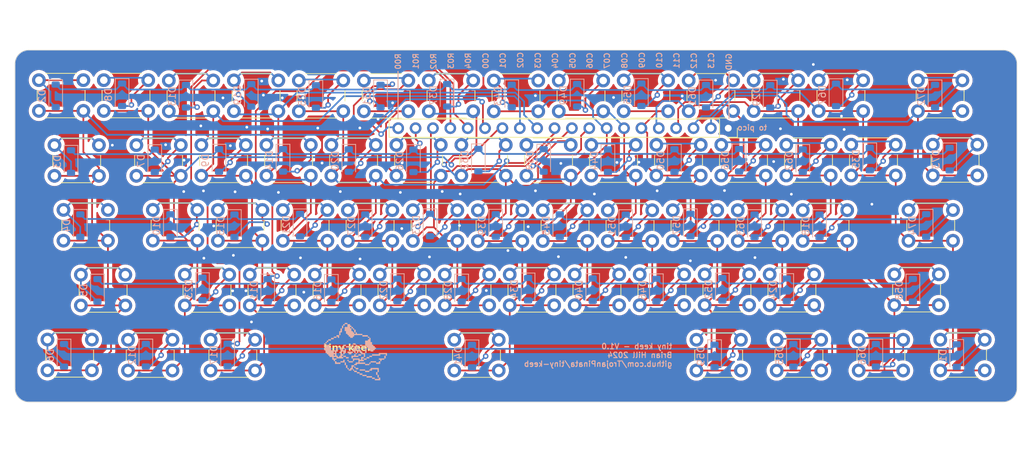
<source format=kicad_pcb>
(kicad_pcb (version 20221018) (generator pcbnew)
  (layers (0 "F.Cu" signal) (31 "B.Cu" signal) (34 "B.Paste" user) (35 "F.Paste" user) (36 "B.SilkS" user "B.Silkscreen") (37 "F.SilkS" user "F.Silkscreen") (38 "B.Mask" user) (39 "F.Mask" user) (44 "Edge.Cuts" user))
  (net 0 "")
  (net 1 "/row4")
  (net 2 "Net-(D1-A)")
  (net 3 "/row0")
  (net 4 "Net-(D2-A)")
  (net 5 "/row1")
  (net 6 "Net-(D3-A)")
  (net 7 "/row2")
  (net 8 "Net-(D4-A)")
  (net 9 "/row3")
  (net 10 "Net-(D5-A)")
  (net 11 "Net-(D6-A)")
  (net 12 "Net-(D7-A)")
  (net 13 "Net-(D8-A)")
  (net 14 "Net-(D9-A)")
  (net 15 "Net-(D10-A)")
  (net 16 "Net-(D11-A)")
  (net 17 "Net-(D12-A)")
  (net 18 "Net-(D13-A)")
  (net 19 "Net-(D14-A)")
  (net 20 "Net-(D15-A)")
  (net 21 "Net-(D16-A)")
  (net 22 "Net-(D17-A)")
  (net 23 "Net-(D18-A)")
  (net 24 "Net-(D19-A)")
  (net 25 "Net-(D20-A)")
  (net 26 "Net-(D21-A)")
  (net 27 "Net-(D22-A)")
  (net 28 "Net-(D23-A)")
  (net 29 "Net-(D25-A)")
  (net 30 "Net-(D26-A)")
  (net 31 "Net-(D27-A)")
  (net 32 "Net-(D28-A)")
  (net 33 "Net-(D29-A)")
  (net 34 "Net-(D31-A)")
  (net 35 "Net-(D32-A)")
  (net 36 "Net-(D33-A)")
  (net 37 "Net-(D34-A)")
  (net 38 "Net-(D35-A)")
  (net 39 "Net-(D37-A)")
  (net 40 "Net-(D38-A)")
  (net 41 "Net-(D39-A)")
  (net 42 "Net-(D40-A)")
  (net 43 "Net-(D41-A)")
  (net 44 "Net-(D43-A)")
  (net 45 "Net-(D44-A)")
  (net 46 "Net-(D45-A)")
  (net 47 "Net-(D46-A)")
  (net 48 "Net-(D49-A)")
  (net 49 "Net-(D50-A)")
  (net 50 "Net-(D51-A)")
  (net 51 "Net-(D52-A)")
  (net 52 "Net-(D55-A)")
  (net 53 "Net-(D56-A)")
  (net 54 "Net-(D57-A)")
  (net 55 "Net-(D58-A)")
  (net 56 "Net-(D59-A)")
  (net 57 "Net-(D61-A)")
  (net 58 "Net-(D62-A)")
  (net 59 "Net-(D63-A)")
  (net 60 "Net-(D65-A)")
  (net 61 "Net-(D66-A)")
  (net 62 "Net-(D67-A)")
  (net 63 "Net-(D72-A)")
  (net 64 "Net-(D73-A)")
  (net 65 "Net-(D74-A)")
  (net 66 "/col0")
  (net 67 "/col1")
  (net 68 "/col2")
  (net 69 "/col3")
  (net 70 "/col4")
  (net 71 "/col5")
  (net 72 "/col6")
  (net 73 "/col7")
  (net 74 "/col8")
  (net 75 "/col9")
  (net 76 "/col10")
  (net 77 "/col11")
  (net 78 "/col13")
  (net 79 "/col12")
  (net 80 "Net-(D24-A)")
  (net 81 "GND")
  (footprint "Button_Switch_THT:SW_PUSH_6mm" (layer "F.Cu") (at 36.393 90.411)
    (fp_text reference "SW12" hide)
    (fp_text value "SW_LWIN")
  )
  (footprint "Button_Switch_THT:SW_PUSH_6mm" (layer "F.Cu") (at 111.215 80.844)
    (fp_text reference "SW46" hide)
    (fp_text value "SW_,")
  )
  (footprint "Button_Switch_THT:SW_PUSH_6mm" (layer "F.Cu") (at 42.358 52.453)
    (fp_text reference "SW13" hide)
    (fp_text value "SW_2")
  )
  (footprint "Button_Switch_THT:SW_PUSH_6mm" (layer "F.Cu") (at 78.046 71.444)
    (fp_text reference "SW33" hide)
    (fp_text value "SW_G")
  )
  (footprint "Button_Switch_THT:SW_PUSH_6mm" (layer "F.Cu") (at 70.881 52.454)
    (fp_text reference "SW31" hide)
    (fp_text value "SW_5")
  )
  (footprint "Button_Switch_THT:SW_PUSH_6mm" (layer "F.Cu") (at 87.549 71.461)
    (fp_text reference "SW39" hide)
    (fp_text value "SW_H")
  )
  (footprint "Button_Switch_THT:SW_PUSH_6mm" (layer "F.Cu") (at 135.058 71.438)
    (fp_text reference "SW18" hide)
    (fp_text value "SW_'")
  )
  (footprint "Button_Switch_THT:SW_PUSH_6mm" (layer "F.Cu") (at 119.51 90.411)
    (fp_text reference "SW59" hide)
    (fp_text value "SW_RALT")
  )
  (footprint "Button_Switch_THT:SW_PUSH_6mm" (layer "F.Cu") (at 150.52 71.42)
    (fp_text reference "SW74" hide)
    (fp_text value "SW_ENTER")
  )
  (footprint "Button_Switch_THT:SW_PUSH_6mm" (layer "F.Cu") (at 66.127 61.887)
    (fp_text reference "SW20" hide)
    (fp_text value "SW_R")
  )
  (footprint "Button_Switch_THT:SW_PUSH_6mm" (layer "F.Cu") (at 104.137 61.875)
    (fp_text reference "SW44" hide)
    (fp_text value "SW_I")
  )
  (footprint "Button_Switch_THT:SW_PUSH_6mm" (layer "F.Cu") (at 44.697 80.882)
    (fp_text reference "SW23" hide)
    (fp_text value "SW_Z")
  )
  (footprint "Button_Switch_THT:SW_PUSH_6mm" (layer "F.Cu") (at 130.218 80.84)
    (fp_text reference "SW24" hide)
    (fp_text value "SW_/")
  )
  (footprint "Button_Switch_THT:SW_PUSH_6mm" (layer "F.Cu") (at 56.625 61.892)
    (fp_text reference "SW14" hide)
    (fp_text value "SW_E")
  )
  (footprint "Button_Switch_THT:SW_PUSH_6mm" (layer "F.Cu") (at 94.634 61.877)
    (fp_text reference "SW38" hide)
    (fp_text value "SW_U")
  )
  (footprint "Button_Switch_THT:SW_PUSH_6mm" (layer "F.Cu") (at 123.141 61.867)
    (fp_text reference "SW56" hide)
    (fp_text value "SW_P")
  )
  (footprint "Button_Switch_THT:SW_PUSH_6mm" (layer "F.Cu") (at 118.376 52.44)
    (fp_text reference "SW61" hide)
    (fp_text value "SW_0")
  )
  (footprint "Button_Switch_THT:SW_PUSH_6mm" (layer "F.Cu") (at 48.468 90.407)
    (fp_text reference "SW17" hide)
    (fp_text value "SW_LALT")
  )
  (footprint "Button_Switch_THT:SW_PUSH_6mm" (layer "F.Cu") (at 40.027 71.392)
    (fp_text reference "SW10" hide)
    (fp_text value "SW_A")
  )
  (footprint "Button_Switch_THT:SW_PUSH_6mm" (layer "F.Cu") (at 151.897 52.43)
    (fp_text reference "SW72" hide)
    (fp_text value "SW_BACKSPACE")
  )
  (footprint "Button_Switch_THT:SW_PUSH_6mm" (layer "F.Cu") (at 75.63 61.884)
    (fp_text reference "SW26" hide)
    (fp_text value "SW_T")
  )
  (footprint "Button_Switch_THT:SW_PUSH_6mm" (layer "F.Cu") (at 26.957 71.4)
    (fp_text reference "SW4" hide)
    (fp_text value "SW_CAPS")
  )
  (footprint "Button_Switch_THT:SW_PUSH_6mm" (layer "F.Cu") (at 85.133 61.879)
    (fp_text reference "SW32" hide)
    (fp_text value "SW_Y")
  )
  (footprint "Button_Switch_THT:SW_PUSH_6mm" (layer "F.Cu") (at 37.613 61.909)
    (fp_text reference "SW7" hide)
    (fp_text value "SW_Q")
  )
  (footprint "Button_Switch_THT:SW_PUSH_6mm" (layer "F.Cu") (at 29.502 80.884)
    (fp_text reference "SW5" hide)
    (fp_text value "SW_LSHIFT")
  )
  (footprint "Button_Switch_THT:SW_PUSH_6mm" (layer "F.Cu") (at 63.705 80.871)
    (fp_text reference "SW16" hide)
    (fp_text value "SW_C")
  )
  (footprint "Button_Switch_THT:SW_PUSH_6mm" (layer "F.Cu") (at 84.1 90.409)
    (fp_text reference "SW41" hide)
    (fp_text value "SW_SPACE")
  )
  (footprint "Button_Switch_THT:SW_PUSH_6mm" (layer "F.Cu") (at 101.71 80.852)
    (fp_text reference "SW40" hide)
    (fp_text value "SW_M")
  )
  (footprint "Button_Switch_THT:SW_PUSH_6mm" (layer "F.Cu") (at 25.639 61.912)
    (fp_text reference "SW3" hide)
    (fp_text value "SW_TAB")
  )
  (footprint "Button_Switch_THT:SW_PUSH_6mm" (layer "F.Cu") (at 137.386 52.429)
    (fp_text reference "SW67" hide)
    (fp_text value "SW_=")
  )
  (footprint "Button_Switch_THT:SW_PUSH_6mm" (layer "F.Cu") (at 143.237 90.41)
    (fp_text reference "SW66" hide)
    (fp_text value "SW_FN")
  )
  (footprint "Button_Switch_THT:SW_PUSH_6mm" (layer "F.Cu") (at 32.851 52.408)
    (fp_text reference "SW8" hide)
    (fp_text value "SW_1")
  )
  (footprint "Button_Switch_THT:SW_PUSH_6mm" (layer "F.Cu") (at 68.542 71.434)
    (fp_text reference "SW27" hide)
    (fp_text value "SW_F")
  )
  (footprint "Button_Switch_THT:SW_PUSH_6mm" (layer "F.Cu") (at 132.645 61.86)
    (fp_text reference "SW62" hide)
    (fp_text value "SW_[")
  )
  (footprint "Button_Switch_THT:SW_PUSH_6mm" (layer "F.Cu") (at 116.053 71.447)
    (fp_text reference "SW57" hide)
    (fp_text value "SW_L")
  )
  (footprint "Button_Switch_THT:SW_PUSH_6mm" (layer "F.Cu") (at 59.04 71.42)
    (fp_text reference "SW21" hide)
    (fp_text value "SW_D")
  )
  (footprint "Button_Switch_THT:SW_PUSH_6mm" (layer "F.Cu") (at 49.538 71.409)
    (fp_text reference "SW15" hide)
    (fp_text value "SW_S")
  )
  (footprint "Button_Switch_THT:SW_PUSH_6mm" (layer "F.Cu") (at 51.874 52.441)
    (fp_text reference "SW19" hide)
    (fp_text value "SW_3")
  )
  (footprint "Button_Switch_THT:SW_PUSH_6mm" (layer "F.Cu") (at 92.208 80.858)
    (fp_text reference "SW34" hide)
    (fp_text value "SW_N")
  )
  (footprint "Button_Switch_THT:SW_PUSH_6mm" (layer "F.Cu") (at 73.205 80.869)
    (fp_text reference "SW22" hide)
    (fp_text value "SW_V")
  )
  (footprint "Button_Switch_THT:SW_PUSH_6mm" (layer "F.Cu") (at 24.612 90.382)
    (fp_text reference "SW6" hide)
    (fp_text value "SW_LCTRL")
  )
  (footprint "Button_Switch_THT:SW_PUSH_6mm" (layer "F.Cu") (at 113.641 61.87)
    (fp_text reference "SW50" hide)
    (fp_text value "SW_O")
  )
  (footprint "Button_Switch_THT:SW_PUSH_6mm" (layer "F.Cu") (at 127.879 52.432)
    (fp_text reference "SW29" hide)
    (fp_text value "SW_-")
  )
  (footprint "Button_Switch_THT:SW_PUSH_6mm" (layer "F.Cu") (at 61.368 52.452)
    (fp_text reference "SW25" hide)
    (fp_text value "SW_4")
  )
  (footprint "Button_Switch_THT:SW_PUSH_6mm" (layer "F.Cu") (at 106.549 71.453)
    (fp_text reference "SW51" hide)
    (fp_text value "SW_K")
  )
  (footprint "Button_Switch_THT:SW_PUSH_6mm" (layer "F.Cu") (at 120.717 80.835)
    (fp_text reference "SW52" hide)
    (fp_text value "SW_.")
  )
  (footprint "Button_Switch_THT:SW_PUSH_6mm" (layer "F.Cu") (at 47.118 61.9)
    (fp_text reference "SW9" hide)
    (fp_text value "SW_W")
  )
  (footprint "Connector_PinSocket_2.54mm:PinSocket_1x20_P2.54mm_Vertical" (layer "F.Cu") (at 124.161 59.435 -90)
    (fp_text reference "J2" hide)
    (fp_text value "Conn_01x20_Socket")
  )
  (footprint "Button_Switch_THT:SW_PUSH_6mm" (layer "F.Cu") (at 142.15 61.851)
    (fp_text reference "SW35" hide)
    (fp_text value "SW_]")
  )
  (footprint "Button_Switch_THT:SW_PUSH_6mm" (layer "F.Cu") (at 155.166 90.396)
    (fp_text reference "SW1" hide)
    (fp_text value "SW_RCTRL")
  )
  (footprint "Button_Switch_THT:SW_PUSH_6mm" (layer "F.Cu") (at 23.364 52.405)
    (fp_text reference "SW2" hide)
    (fp_text value "SW_ESC")
  )
  (footprint "Button_Switch_THT:SW_PUSH_6mm" (layer "F.Cu") (at 54.198 80.876)
    (fp_text reference "SW11" hide)
    (fp_text value "SW_X")
  )
  (footprint "Button_Switch_THT:SW_PUSH_6mm" (layer "F.Cu") (at 125.555 71.442)
    (fp_text reference "SW63" hide)
    (fp_text value "SW_;")
  )
  (footprint "Button_Switch_THT:SW_PUSH_6mm" (layer "F.Cu") (at 89.879 52.46)
    (fp_text reference "SW43" hide)
    (fp_text value "SW_7")
  )
  (footprint "Button_Switch_THT:SW_PUSH_6mm" (layer "F.Cu") (at 154.079 61.846)
    (fp_text reference "SW73" hide)
    (fp_text value "SW_\\")
  )
  (footprint "Button_Switch_THT:SW_PUSH_6mm" (layer "F.Cu") (at 148.452 80.832)
    (fp_text reference "SW58" hide)
    (fp_text value "SW_RSHIFT")
  )
  (footprint "Button_Switch_THT:SW_PUSH_6mm" (layer "F.Cu") (at 131.244 90.408)
    (fp_text reference "SW65" hide)
    (fp_text value "SW_RWIN")
  )
  (footprint "Button_Switch_THT:SW_PUSH_6mm" (layer "F.Cu") (at 108.87 52.448)
    (fp_text reference "SW55" hide)
    (fp_text value "SW_9")
  )
  (footprint "Button_Switch_THT:SW_PUSH_6mm" (layer "F.Cu") (at 97.049 71.453)
    (fp_text reference "SW45" hide)
    (fp_text value "SW_J")
  )
  (footprint "Button_Switch_THT:SW_PUSH_6mm" (layer "F.Cu") (at 99.378 52.462)
    (fp_text reference "SW49" hide)
    (fp_text value "SW_8")
  )
  (footprint "Button_Switch_THT:SW_PUSH_6mm" (layer "F.Cu") (at 82.706 80.869)
    (fp_text reference "SW28" hide)
    (fp_text value "SW_B")
  )
  (footprint "Button_Switch_THT:SW_PUSH_6mm" (layer "F.Cu") (at 80.371 52.452)
    (fp_text reference "SW37" hide)
    (fp_text value "SW_6")
  )
  (footprint "Diode_SMD:D_SOD-123" (layer "B.Cu") (at 153.097 73.6775 -90)
    (fp_text reference "D74")
    (fp_text value "D")
  )
  (footprint "Diode_SMD:D_SOD-123" (layer "B.Cu") (at 39.002 92.666 -90)
    (fp_text reference "D12")
    (fp_text value "D")
  )
  (footprint "LOGO" (layer "B.Cu") (at 69.062 92.343 180)
    (fp_text reference "G***" hide)
    (fp_text value "LOGO" hide)
  )
  (footprint "Diode_SMD:D_SOD-123" (layer "B.Cu") (at 56.816 83.1625 -90)
    (fp_text reference "D11")
    (fp_text value "D")
  )
  (footprint "Diode_SMD:D_SOD-123" (layer "B.Cu") (at 154.4 54.738 -90)
    (fp_text reference "D72")
    (fp_text value "D")
  )
  (footprint "Diode_SMD:D_SOD-123" (layer "B.Cu") (at 75.775 83.1115 -90)
    (fp_text reference "D22")
    (fp_text value "D")
  )
  (footprint "Diode_SMD:D_SOD-123" (layer "B.Cu") (at 128.009 73.7245 -90)
    (fp_text reference "D63")
    (fp_text value "D")
  )
  (footprint "Diode_SMD:D_SOD-123" (layer "B.Cu") (at 157.57 92.7255 -90)
    (fp_text reference "D1")
    (fp_text value "D")
  )
  (footprint "Diode_SMD:D_SOD-123" (layer "B.Cu") (at 123.298 83.0215 -90)
    (fp_text reference "D52")
    (fp_text value "D")
  )
  (footprint "Diode_SMD:D_SOD-123" (layer "B.Cu") (at 50.955 92.6345 -90)
    (fp_text reference "D17")
    (fp_text value "D")
  )
  (footprint "Diode_SMD:D_SOD-123" (layer "B.Cu") (at 156.536 63.971 -90)
    (fp_text reference "D73")
    (fp_text value "D")
  )
  (footprint "Diode_SMD:D_SOD-123" (layer "B.Cu") (at 111.458 54.54 -90)
    (fp_text reference "D55")
    (fp_text value "D")
  )
  (footprint "Diode_SMD:D_SOD-123" (layer "B.Cu") (at 125.742 64.1205 -90)
    (fp_text reference "D56")
    (fp_text value "D")
  )
  (footprint "Diode_SMD:D_SOD-123" (layer "B.Cu") (at 40.305 64.2085 -90)
    (fp_text reference "D7")
    (fp_text value "D")
  )
  (footprint "Diode_SMD:D_SOD-123" (layer "B.Cu") (at 144.86 63.956 -90)
    (fp_text reference "D35")
    (fp_text value "D")
  )
  (footprint "Diode_SMD:D_SOD-123" (layer "B.Cu") (at 83.052 54.6165 -90)
    (fp_text reference "D37")
    (fp_text value "D")
  )
  (footprint "Diode_SMD:D_SOD-123" (layer "B.Cu") (at 73.315 54.738 -90)
    (fp_text reference "D31")
    (fp_text value "D")
  )
  (footprint "Diode_SMD:D_SOD-123" (layer "B.Cu") (at 130.294 54.777 -90)
    (fp_text reference "D29")
    (fp_text value "D")
  )
  (footprint "Diode_SMD:D_SOD-123" (layer "B.Cu") (at 133.679 92.6915 -90)
    (fp_text reference "D65")
    (fp_text value "D")
  )
  (footprint "Diode_SMD:D_SOD-123" (layer "B.Cu") (at 139.917 54.5595 -90)
    (fp_text reference "D67")
    (fp_text value "D")
  )
  (footprint "Diode_SMD:D_SOD-123" (layer "B.Cu") (at 122.157 92.775 -90)
    (fp_text reference "D59")
    (fp_text value "D")
  )
  (footprint "Diode_SMD:D_SOD-123" (layer "B.Cu") (at 28.058 64.3205 -90)
    (fp_text reference "D3")
    (fp_text value "D")
  )
  (footprint "Diode_SMD:D_SOD-123" (layer "B.Cu") (at 137.508 73.7315 -90)
    (fp_text reference "D18")
    (fp_text value "D")
  )
  (footprint "Diode_SMD:D_SOD-123" (layer "B.Cu") (at 92.503 54.723 -90)
    (fp_text reference "D43")
    (fp_text value "D")
  )
  (footprint "Diode_SMD:D_SOD-123" (layer "B.Cu") (at 44.868 54.7575 -90)
    (fp_text reference "D13")
    (fp_text value "D")
  )
  (footprint "Diode_SMD:D_SOD-123" (layer "B.Cu") (at 54.412 54.63 -90)
    (fp_text reference "D19")
    (fp_text value "D")
  )
  (footprint "Diode_SMD:D_SOD-123" (layer "B.Cu") (at 29.412 73.697 -90)
    (fp_text reference "D4")
    (fp_text value "D")
  )
  (footprint "Diode_SMD:D_SOD-123" (layer "B.Cu") (at 61.545 73.623 -90)
    (fp_text reference "D21")
    (fp_text value "D")
  )
  (footprint "Diode_SMD:D_SOD-123" (layer "B.Cu") (at 97.174 64.153 -90)
    (fp_text reference "D38")
    (fp_text value "D")
  )
  (footprint "Diode_SMD:D_SOD-123" (layer "B.Cu") (at 31.92 83.1725 -90)
    (fp_text reference "D5")
    (fp_text value "D")
  )
  (footprint "Diode_SMD:D_SOD-123" (layer "B.Cu") (at 99.525 73.7065 -90)
    (fp_text reference "D45")
    (fp_text value "D")
  )
  (footprint "Diode_SMD:D_SOD-123" (layer "B.Cu") (at 78.128 64.209 -90)
    (fp_text reference "D26")
    (fp_text value "D")
  )
  (footprint "Diode_SMD:D_SOD-123" (layer "B.Cu") (at 151.16 83.162 -90)
    (fp_text reference "D58")
    (fp_text value "D")
  )
  (footprint "Diode_SMD:D_SOD-123" (layer "B.Cu") (at 120.908 54.757 -90)
    (fp_text reference "D61")
    (fp_text value "D")
  )
  (footprint "Diode_SMD:D_SOD-123" (layer "B.Cu") (at 113.654 83.123 -90)
    (fp_text reference "D46")
    (fp_text value "D")
  )
  (footprint "Diode_SMD:D_SOD-123" (layer "B.Cu") (at 118.627 73.603 -90)
    (fp_text reference "D57")
    (fp_text value "D")
  )
  (footprint "Diode_SMD:D_SOD-123" (layer "B.Cu") (at 132.72 83.0875 -90)
    (fp_text reference "D24")
    (fp_text value "D")
  )
  (footprint "Diode_SMD:D_SOD-123" (layer "B.Cu") (at 25.82 54.707 -90)
    (fp_text reference "D2")
    (fp_text value "D")
  )
  (footprint "Diode_SMD:D_SOD-123" (layer "B.Cu") (at 102.062 54.6165 -90)
    (fp_text reference "D49")
    (fp_text value "D")
  )
  (footprint "Diode_SMD:D_SOD-123" (layer "B.Cu") (at 116.291 64.1755 -90)
    (fp_text reference "D50")
    (fp_text value "D")
  )
  (footprint "Diode_SMD:D_SOD-123" (layer "B.Cu") (at 27.037 92.6845 -90)
    (fp_text reference "D6")
    (fp_text value "D")
  )
  (footprint "Diode_SMD:D_SOD-123" (layer "B.Cu") (at 145.746 92.684 -90)
    (fp_text reference "D66")
    (fp_text value "D")
  )
  (footprint "Diode_SMD:D_SOD-123" (layer "B.Cu") (at 80.554 73.603 -90)
    (fp_text reference "D33")
    (fp_text value "D")
  )
  (footprint "Diode_SMD:D_SOD-123" (layer "B.Cu") (at 63.863 54.795 -90)
    (fp_text reference "D25")
    (fp_text value "D")
  )
  (footprint "Diode_SMD:D_SOD-123" (layer "B.Cu") (at 68.678 64.1745 -90)
    (fp_text reference "D20")
    (fp_text value "D")
  )
  (footprint "Diode_SMD:D_SOD-123" (layer "B.Cu") (at 87.621 64.104 -90)
    (fp_text reference "D32")
    (fp_text value "D")
  )
  (footprint "Diode_SMD:D_SOD-123" (layer "B.Cu") (at 35.526 54.5405 -90)
    (fp_text reference "D8")
    (fp_text value "D")
  )
  (footprint "Diode_SMD:D_SOD-123" (layer "B.Cu") (at 59.059 64.1415 -90)
    (fp_text reference "D14")
    (fp_text value "D")
  )
  (footprint "Diode_SMD:D_SOD-123" (layer "B.Cu") (at 135.061 64.188 -90)
    (fp_text reference "D62")
    (fp_text value "D")
  )
  (footprint "Diode_SMD:D_SOD-123" (layer "B.Cu") (at 86.691 92.796 -90)
    (fp_text reference "D41")
    (fp_text value "D")
  )
  (footprint "Diode_SMD:D_SOD-123" (layer "B.Cu") (at 94.892 82.999 -90)
    (fp_text reference "D34")
    (fp_text value "D")
  )
  (footprint "Diode_SMD:D_SOD-123" (layer "B.Cu") (at 42.586 73.69 -90)
    (fp_text reference "D10")
    (fp_text value "D")
  )
  (footprint "Diode_SMD:D_SOD-123" (layer "B.Cu") (at 49.701 64.1535 -90)
    (fp_text reference "D9")
    (fp_text value "D")
  )
  (footprint "Diode_SMD:D_SOD-123" (layer "B.Cu") (at 66.127 83.2095 -90)
    (fp_text reference "D16")
    (fp_text value "D")
  )
  (footprint "Diode_SMD:D_SOD-123" (layer "B.Cu") (at 47.279 82.9665 -90)
    (fp_text reference "D23")
    (fp_text value "D")
  )
  (footprint "Diode_SMD:D_SOD-123" (layer "B.Cu") (at 51.952 73.7205 -90)
    (fp_text reference "D15")
    (fp_text value "D")
  )
  (footprint "Diode_SMD:D_SOD-123" (layer "B.Cu") (at 109.177 73.7345 -90)
    (fp_text reference "D51")
    (fp_text value "D")
  )
  (footprint "Diode_SMD:D_SOD-123" (layer "B.Cu") (at 71.08 73.7095 -90)
    (fp_text reference "D27")
    (fp_text value "D")
  )
  (footprint "Diode_SMD:D_SOD-123" (layer "B.Cu") (at 85.18 83.155 -90)
    (fp_text reference "D28")
    (fp_text value "D")
  )
  (footprint "Diode_SMD:D_SOD-123" (layer "B.Cu") (at 90.167 73.6795 -90)
    (fp_text reference "D39")
    (fp_text value "D")
  )
  (footprint "Diode_SMD:D_SOD-123" (layer "B.Cu") (at 104.343 83.0755 -90)
    (fp_text reference "D40")
    (fp_text value "D")
  )
  (footprint "Diode_SMD:D_SOD-123" (layer "B.Cu") (at 106.566 64.195 -90)
    (fp_text reference "D44")
    (fp_text value "D")
  )
  (gr_line (start 124.27 51.247) (end 124.27 58.032) (stroke (width 0.15)) (layer "B.SilkS"))
  (gr_line (start 75.874 51.123) (end 75.874 58.032) (stroke (width 0.15)) (layer "B.SilkS"))
  (gr_arc (start 166.371 97.513) (mid 165.785214 98.927214) (end 164.371 99.513) (stroke (width 0.1)) (layer "Edge.Cuts"))
  (gr_line (start 166.371 50.013) (end 166.371 97.513) (stroke (width 0.1)) (layer "Edge.Cuts"))
  (gr_line (start 164.371 99.513) (end 21.871 99.513) (stroke (width 0.1)) (layer "Edge.Cuts"))
  (gr_line (start 19.871 97.513) (end 19.871 50.013) (stroke (width 0.1)) (layer "Edge.Cuts"))
  (gr_arc (start 21.871 99.513) (mid 20.456786 98.927214) (end 19.871 97.513) (stroke (width 0.1)) (layer "Edge.Cuts"))
  (gr_line (start 21.871 48.013) (end 164.371 48.013) (stroke (width 0.1)) (layer "Edge.Cuts"))
  (gr_arc (start 19.871 50.013) (mid 20.456786 48.598786) (end 21.871 48.013) (stroke (width 0.1)) (layer "Edge.Cuts"))
  (gr_arc (start 164.371 48.013) (mid 165.785214 48.598786) (end 166.371 50.013) (stroke (width 0.1)) (layer "Edge.Cuts"))
  (gr_text "R03" (at 84.085 48.305 90) (layer "B.SilkS") (effects (font (size 0.8 0.8) (thickness 0.15) bold) (justify left bottom mirror)))
  (gr_text "C13" (at 122.143 48.269 90) (layer "B.SilkS") (effects (font (size 0.8 0.8) (thickness 0.15) bold) (justify left bottom mirror)))
  (gr_text "tiny keeb - V1.0\nBrian Hill 2024\ngithub.com/TrojanPinata/tiny-keeb" (at 116.052 94.415) (layer "B.SilkS") (effects (font (size 0.8 0.8) (thickness 0.15) bold) (justify left bottom mirror)))
  (gr_text "R00" (at 76.352 48.411 90) (layer "B.SilkS") (effects (font (size 0.8 0.8) (thickness 0.15) bold) (justify left bottom mirror)))
  (gr_text "to pico" (at 129.92 59.829) (layer "B.SilkS") (effects (font (size 0.8 0.8) (thickness 0.15) bold) (justify left bottom mirror)))
  (gr_text "R02" (at 81.537 48.394 90) (layer "B.SilkS") (effects (font (size 0.8 0.8) (thickness 0.15) bold) (justify left bottom mirror)))
  (gr_text "C02" (at 94.241 48.215 90) (layer "B.SilkS") (effects (font (size 0.8 0.8) (thickness 0.15) bold) (justify left bottom mirror)))
  (gr_text "C10" (at 114.552 48.215 90) (layer "B.SilkS") (effects (font (size 0.8 0.8) (thickness 0.15) bold) (justify left bottom mirror)))
  (gr_text "C09" (at 112.022 48.215 90) (layer "B.SilkS") (effects (font (size 0.8 0.8) (thickness 0.15) bold) (justify left bottom mirror)))
  (gr_text "C06" (at 104.379 48.287 90) (layer "B.SilkS") (effects (font (size 0.8 0.8) (thickness 0.15) bold) (justify left bottom mirror)))
  (gr_text "C07" (at 106.909 48.287 90) (layer "B.SilkS") (effects (font (size 0.8 0.8) (thickness 0.15) bold) (justify left bottom mirror)))
  (gr_text "C11" (at 117.083 48.287 90) (layer "B.SilkS") (effects (font (size 0.8 0.8) (thickness 0.15) bold) (justify left bottom mirror)))
  (gr_text "R04" (at 86.597 48.305 90) (layer "B.SilkS") (effects (font (size 0.8 0.8) (thickness 0.15) bold) (justify left bottom mirror)))
  (gr_text "C08" (at 109.474 48.269 90) (layer "B.SilkS") (effects (font (size 0.8 0.8) (thickness 0.15) bold) (justify left bottom mirror)))
  (gr_text "C00" (at 89.163 48.305 90) (layer "B.SilkS") (effects (font (size 0.8 0.8) (thickness 0.15) bold) (justify left bottom mirror)))
  (gr_text "R01" (at 78.953 48.376 90) (layer "B.SilkS") (effects (font (size 0.8 0.8) (thickness 0.15) bold) (justify left bottom mirror)))
  (gr_text "C05" (at 101.884 48.269 90) (layer "B.SilkS") (effects (font (size 0.8 0.8) (thickness 0.15) bold) (justify left bottom mirror)))
  (gr_text "C04" (at 99.319 48.287 90) (layer "B.SilkS") (effects (font (size 0.8 0.8) (thickness 0.15) bold) (justify left bottom mirror)))
  (gr_text "C01" (at 91.675 48.287 90) (layer "B.SilkS") (effects (font (size 0.8 0.8) (thickness 0.15) bold) (justify left bottom mirror)))
  (gr_text "GND" (at 124.726 48.411 90) (layer "B.SilkS") (effects (font (size 0.8 0.8) (thickness 0.15) bold) (justify left bottom mirror)))
  (gr_text "C03" (at 96.806 48.251 90) (layer "B.SilkS") (effects (font (size 0.8 0.8) (thickness 0.15) bold) (justify left bottom mirror)))
  (gr_text "C12" (at 119.613 48.305 90) (layer "B.SilkS") (effects (font (size 0.8 0.8) (thickness 0.15) bold) (justify left bottom mirror)))
  (gr_text "tiny keeb" (at 65.022 92.202) (layer "F.SilkS") (effects (font (size 1 1) (thickness 0.2) bold) (justify left bottom)))
  (segment (start 83.995 57.218) (end 83.995 52.967604) (width 0.25) (layer "F.Cu") (net 1))
  (segment (start 48.027 70.57) (end 48.027 77.81) (width 0.25) (layer "F.Cu") (net 1))
  (segment (start 81.568396 50.541) (end 48.479 50.541) (width 0.25) (layer "F.Cu") (net 1))
  (segment (start 48.027 77.81) (end 49.413 79.196) (width 0.25) (layer "F.Cu") (net 1))
  (segment (start 48.479 50.541) (end 45.625 53.395) (width 0.25) (layer "F.Cu") (net 1))
  (segment (start 49.413 79.196) (end 51.776 79.196) (width 0.25) (layer "F.Cu") (net 1))
  (segment (start 45.625 53.395) (end 45.625 68.168) (width 0.25) (layer "F.Cu") (net 1))
  (segment (start 45.625 68.168) (end 48.027 70.57) (width 0.25) (layer "F.Cu") (net 1))
  (segment (start 52.693 80.113) (end 52.693 90.649) (width 0.25) (layer "F.Cu") (net 1))
  (segment (start 51.776 79.196) (end 52.693 80.113) (width 0.25) (layer "F.Cu") (net 1))
  (segment (start 52.693 90.649) (end 52.37 90.972) (width 0.25) (layer "F.Cu") (net 1))
  (segment (start 83.995 52.967604) (end 81.568396 50.541) (width 0.25) (layer "F.Cu") (net 1))
  (segment (start 86.085 59.308) (end 83.995 57.218) (width 0.25) (layer "F.Cu") (net 1))
  (via (at 52.37 90.972) (size 0.8) (drill 0.4) (layers "F.Cu" "B.Cu") (net 1))
  (segment (start 156.9105 91.735) (end 157.57 91.0755) (width 0.25) (layer "B.Cu") (net 1))
  (segment (start 39.002 91.016) (end 38.282 91.736) (width 0.25) (layer "B.Cu") (net 1))
  (segment (start 50.2035 91.736) (end 50.955 90.9845) (width 0.25) (layer "B.Cu") (net 1))
  (segment (start 145.045 91.735) (end 145.746 91.034) (width 0.25) (layer "B.Cu") (net 1))
  (segment (start 146.447 91.735) (end 156.9105 91.735) (width 0.25) (layer "B.Cu") (net 1))
  (segment (start 86.691 91.146) (end 87.281 91.736) (width 0.25) (layer "B.Cu") (net 1))
  (segment (start 121.546 91.736) (end 122.157 91.125) (width 0.25) (layer "B.Cu") (net 1))
  (segment (start 122.768 91.736) (end 132.9845 91.736) (width 0.25) (layer "B.Cu") (net 1))
  (segment (start 38.282 91.736) (end 27.7385 91.736) (width 0.25) (layer "B.Cu") (net 1))
  (segment (start 50.9675 90.972) (end 50.955 90.9845) (width 0.25) (layer "B.Cu") (net 1))
  (segment (start 145.746 91.034) (end 146.447 91.735) (width 0.25) (layer "B.Cu") (net 1))
  (segment (start 27.7385 91.736) (end 27.037 91.0345) (width 0.25) (layer "B.Cu") (net 1))
  (segment (start 132.9845 91.736) (end 133.679 91.0415) (width 0.25) (layer "B.Cu") (net 1))
  (segment (start 39.722 91.736) (end 50.2035 91.736) (width 0.25) (layer "B.Cu") (net 1))
  (segment (start 52.37 90.972) (end 50.9675 90.972) (width 0.25) (layer "B.Cu") (net 1))
  (segment (start 86.103 91.734) (end 86.691 91.146) (width 0.25) (layer "B.Cu") (net 1))
  (segment (start 51.7045 91.734) (end 86.103 91.734) (width 0.25) (layer "B.Cu") (net 1))
  (segment (start 50.955 90.9845) (end 51.7045 91.734) (width 0.25) (layer "B.Cu") (net 1))
  (segment (start 87.281 91.736) (end 121.546 91.736) (width 0.25) (layer "B.Cu") (net 1))
  (segment (start 133.679 91.0415) (end 134.3725 91.735) (width 0.25) (layer "B.Cu") (net 1))
  (segment (start 122.157 91.125) (end 122.768 91.736) (width 0.25) (layer "B.Cu") (net 1))
  (segment (start 39.002 91.016) (end 39.722 91.736) (width 0.25) (layer "B.Cu") (net 1))
  (segment (start 134.3725 91.735) (end 145.045 91.735) (width 0.25) (layer "B.Cu") (net 1))
  (segment (start 157.57 94.3755) (end 157.6865 94.3755) (width 0.25) (layer "B.Cu") (net 2))
  (segment (start 160.666 89.396) (end 161.666 90.396) (width 0.25) (layer "B.Cu") (net 2))
  (segment (start 155.166 90.396) (end 156.166 89.396) (width 0.25) (layer "B.Cu") (net 2))
  (segment (start 157.6865 94.3755) (end 161.666 90.396) (width 0.25) (layer "B.Cu") (net 2))
  (segment (start 156.166 89.396) (end 160.666 89.396) (width 0.25) (layer "B.Cu") (net 2))
  (segment (start 73.4015 60.302) (end 71.5315 58.432) (width 0.25) (layer "F.Cu") (net 3))
  (segment (start 69.403 56.131) (end 72.248 53.286) (width 0.25) (layer "F.Cu") (net 3))
  (segment (start 72.248 53.286) (end 74.751 53.286) (width 0.25) (layer "F.Cu") (net 3))
  (segment (start 70.022 58.432) (end 69.403 57.813) (width 0.25) (layer "F.Cu") (net 3))
  (segment (start 69.403 57.813) (end 69.403 56.131) (width 0.25) (layer "F.Cu") (net 3))
  (segment (start 71.5315 58.432) (end 70.022 58.432) (width 0.25) (layer "F.Cu") (net 3))
  (segment (start 74.751 53.286) (end 75.049 52.988) (width 0.25) (layer "F.Cu") (net 3))
  (via (at 73.4015 60.302) (size 0.8) (drill 0.4) (layers "F.Cu" "B.Cu") (net 3))
  (via (at 75.049 52.988) (size 0.8) (drill 0.4) (layers "F.Cu" "B.Cu") (net 3))
  (segment (start 74.949 53.088) (end 75.049 52.988) (width 0.25) (layer "B.Cu") (net 3))
  (segment (start 83.8705 53.785) (end 91.791 53.785) (width 0.25) (layer "B.Cu") (net 3))
  (segment (start 139.0695 53.757) (end 139.917 52.9095) (width 0.25) (layer "B.Cu") (net 3))
  (segment (start 74.006 53.779) (end 82.2395 53.779) (width 0.25) (layer "B.Cu") (net 3))
  (segment (start 34.6835 53.733) (end 35.526 52.8905) (width 0.25) (layer "B.Cu") (net 3))
  (segment (start 110.515 53.833) (end 111.458 52.89) (width 0.25) (layer "B.Cu") (net 3))
  (segment (start 111.458 52.89) (end 112.428 53.86) (width 0.25) (layer "B.Cu") (net 3))
  (segment (start 53.614 53.778) (end 54.412 52.98) (width 0.25) (layer "B.Cu") (net 3))
  (segment (start 44.868 53.1075) (end 45.5385 53.778) (width 0.25) (layer "B.Cu") (net 3))
  (segment (start 130.924 53.757) (end 139.0695 53.757) (width 0.25) (layer "B.Cu") (net 3))
  (segment (start 73.315 53.088) (end 74.949 53.088) (width 0.25) (layer "B.Cu") (net 3))
  (segment (start 26.496 53.733) (end 34.6835 53.733) (width 0.25) (layer "B.Cu") (net 3))
  (segment (start 130.294 53.127) (end 130.924 53.757) (width 0.25) (layer "B.Cu") (net 3))
  (segment (start 36.4135 53.778) (end 44.1975 53.778) (width 0.25) (layer "B.Cu") (net 3))
  (segment (start 120.155 53.86) (end 120.908 53.107) (width 0.25) (layer "B.Cu") (net 3))
  (segment (start 55.209 53.777) (end 63.231 53.777) (width 0.25) (layer "B.Cu") (net 3))
  (segment (start 92.503 53.073) (end 93.281 53.851) (width 0.25) (layer "B.Cu") (net 3))
  (segment (start 121.566 53.765) (end 129.656 53.765) (width 0.25) (layer "B.Cu") (net 3))
  (segment (start 140.7625 53.755) (end 153.733 53.755) (width 0.25) (layer "B.Cu") (net 3))
  (segment (start 101.1775 53.851) (end 102.062 52.9665) (width 0.25) (layer "B.Cu") (net 3))
  (segment (start 120.908 53.107) (end 121.566 53.765) (width 0.25) (layer "B.Cu") (net 3))
  (segment (start 93.281 53.851) (end 101.1775 53.851) (width 0.25) (layer "B.Cu") (net 3))
  (segment (start 35.526 52.8905) (end 36.4135 53.778) (width 0.25) (layer "B.Cu") (net 3))
  (segment (start 129.656 53.765) (end 130.294 53.127) (width 0.25) (layer "B.Cu") (net 3))
  (segment (start 102.9285 53.833) (end 110.515 53.833) (width 0.25) (layer "B.Cu") (net 3))
  (segment (start 83.052 52.9665) (end 83.8705 53.785) (width 0.25) (layer "B.Cu") (net 3))
  (segment (start 54.412 52.98) (end 55.209 53.777) (width 0.25) (layer "B.Cu") (net 3))
  (segment (start 63.863 53.145) (end 64.497 53.779) (width 0.25) (layer "B.Cu") (net 3))
  (segment (start 64.497 53.779) (end 72.624 53.779) (width 0.25) (layer "B.Cu") (net 3))
  (segment (start 112.428 53.86) (end 120.155 53.86) (width 0.25) (layer "B.Cu") (net 3))
  (segment (start 91.791 53.785) (end 92.503 53.073) (width 0.25) (layer "B.Cu") (net 3))
  (segment (start 102.062 52.9665) (end 102.9285 53.833) (width 0.25) (layer "B.Cu") (net 3))
  (segment (start 73.315 53.088) (end 74.006 53.779) (width 0.25) (layer "B.Cu") (net 3))
  (segment (start 25.82 53.057) (end 26.496 53.733) (width 0.25) (layer "B.Cu") (net 3))
  (segment (start 74.3955 59.308) (end 75.925 59.308) (width 0.25) (layer "B.Cu") (net 3))
  (segment (start 82.2395 53.779) (end 83.052 52.9665) (width 0.25) (layer "B.Cu") (net 3))
  (segment (start 139.917 52.9095) (end 140.7625 53.755) (width 0.25) (layer "B.Cu") (net 3))
  (segment (start 153.733 53.755) (end 154.4 53.088) (width 0.25) (layer "B.Cu") (net 3))
  (segment (start 72.624 53.779) (end 73.315 53.088) (width 0.25) (layer "B.Cu") (net 3))
  (segment (start 45.5385 53.778) (end 53.614 53.778) (width 0.25) (layer "B.Cu") (net 3))
  (segment (start 73.4015 60.302) (end 74.3955 59.308) (width 0.25) (layer "B.Cu") (net 3))
  (segment (start 63.231 53.777) (end 63.863 53.145) (width 0.25) (layer "B.Cu") (net 3))
  (segment (start 44.1975 53.778) (end 44.868 53.1075) (width 0.25) (layer "B.Cu") (net 3))
  (segment (start 23.428 52.405) (end 23.509 52.324) (width 0.25) (layer "F.Cu") (net 4))
  (segment (start 23.364 52.405) (end 29.864 52.405) (width 0.25) (layer "F.Cu") (net 4))
  (segment (start 25.043 54.084) (end 23.364 52.405) (width 0.25) (layer "B.Cu") (net 4))
  (segment (start 25.043 55.58) (end 25.043 54.084) (width 0.25) (layer "B.Cu") (net 4))
  (segment (start 25.82 56.357) (end 26.135 56.357) (width 0.25) (layer "B.Cu") (net 4))
  (segment (start 25.82 56.357) (end 25.043 55.58) (width 0.25) (layer "B.Cu") (net 4))
  (segment (start 78.465 61.033) (end 79.073 61.641) (width 0.25) (layer "F.Cu") (net 5))
  (segment (start 78.465 59.308) (end 78.465 61.033) (width 0.25) (layer "F.Cu") (net 5))
  (via (at 79.073 61.641) (size 0.8) (drill 0.4) (layers "F.Cu" "B.Cu") (net 5))
  (segment (start 40.9805 63.234) (end 48.9705 63.234) (width 0.25) (layer "B.Cu") (net 5))
  (segment (start 39.6265 63.237) (end 40.305 62.5585) (width 0.25) (layer "B.Cu") (net 5))
  (segment (start 28.6245 63.237) (end 39.6265 63.237) (width 0.25) (layer "B.Cu") (net 5))
  (segment (start 48.9705 63.234) (end 49.701 62.5035) (width 0.25) (layer "B.Cu") (net 5))
  (segment (start 59.059 62.4915) (end 59.7845 63.217) (width 0.25) (layer "B.Cu") (net 5))
  (segment (start 134.407 63.192) (end 135.061 62.538) (width 0.25) (layer "B.Cu") (net 5))
  (segment (start 59.7845 63.217) (end 67.9855 63.217) (width 0.25) (layer "B.Cu") (net 5))
  (segment (start 78.778 63.209) (end 86.866 63.209) (width 0.25) (layer "B.Cu") (net 5))
  (segment (start 145.73 63.176) (end 155.681 63.176) (width 0.25) (layer "B.Cu") (net 5))
  (segment (start 97.174 62.503) (end 97.873 63.202) (width 0.25) (layer "B.Cu") (net 5))
  (segment (start 86.866 63.209) (end 87.621 62.454) (width 0.25) (layer "B.Cu") (net 5))
  (segment (start 79.046 61.641) (end 78.128 62.559) (width 0.25) (layer "B.Cu") (net 5))
  (segment (start 97.873 63.202) (end 105.909 63.202) (width 0.25) (layer "B.Cu") (net 5))
  (segment (start 96.473 63.204) (end 97.174 62.503) (width 0.25) (layer "B.Cu") (net 5))
  (segment (start 68.678 62.5245) (end 69.3655 63.212) (width 0.25) (layer "B.Cu") (net 5))
  (segment (start 125.0175 63.195) (end 125.742 62.4705) (width 0.25) (layer "B.Cu") (net 5))
  (segment (start 143.981 63.185) (end 144.86 62.306) (width 0.25) (layer "B.Cu") (net 5))
  (segment (start 58.3255 63.225) (end 59.059 62.4915) (width 0.25) (layer "B.Cu") (net 5))
  (segment (start 88.371 63.204) (end 96.473 63.204) (width 0.25) (layer "B.Cu") (net 5))
  (segment (start 106.566 62.545) (end 107.221 63.2) (width 0.25) (layer "B.Cu") (net 5))
  (segment (start 115.6165 63.2) (end 116.291 62.5255) (width 0.25) (layer "B.Cu") (net 5))
  (segment (start 125.742 62.4705) (end 126.4635 63.192) (width 0.25) (layer "B.Cu") (net 5))
  (segment (start 155.681 63.176) (end 156.536 62.321) (width 0.25) (layer "B.Cu") (net 5))
  (segment (start 79.073 61.641) (end 79.046 61.641) (width 0.25) (layer "B.Cu") (net 5))
  (segment (start 116.9605 63.195) (end 125.0175 63.195) (width 0.25) (layer "B.Cu") (net 5))
  (segment (start 135.708 63.185) (end 143.981 63.185) (width 0.25) (layer "B.Cu") (net 5))
  (segment (start 126.4635 63.192) (end 134.407 63.192) (width 0.25) (layer "B.Cu") (net 5))
  (segment (start 69.3655 63.212) (end 77.475 63.212) (width 0.25) (layer "B.Cu") (net 5))
  (segment (start 28.058 62.6705) (end 28.6245 63.237) (width 0.25) (layer "B.Cu") (net 5))
  (segment (start 144.86 62.306) (end 145.73 63.176) (width 0.25) (layer "B.Cu") (net 5))
  (segment (start 77.475 63.212) (end 78.128 62.559) (width 0.25) (layer "B.Cu") (net 5))
  (segment (start 49.701 62.5035) (end 50.4225 63.225) (width 0.25) (layer "B.Cu") (net 5))
  (segment (start 78.128 62.559) (end 78.778 63.209) (width 0.25) (layer "B.Cu") (net 5))
  (segment (start 50.4225 63.225) (end 58.3255 63.225) (width 0.25) (layer "B.Cu") (net 5))
  (segment (start 135.061 62.538) (end 135.708 63.185) (width 0.25) (layer "B.Cu") (net 5))
  (segment (start 67.9855 63.217) (end 68.678 62.5245) (width 0.25) (layer "B.Cu") (net 5))
  (segment (start 116.291 62.5255) (end 116.9605 63.195) (width 0.25) (layer "B.Cu") (net 5))
  (segment (start 87.621 62.454) (end 88.371 63.204) (width 0.25) (layer "B.Cu") (net 5))
  (segment (start 40.305 62.5585) (end 40.9805 63.234) (width 0.25) (layer "B.Cu") (net 5))
  (segment (start 105.909 63.202) (end 106.566 62.545) (width 0.25) (layer "B.Cu") (net 5))
  (segment (start 107.221 63.2) (end 115.6165 63.2) (width 0.25) (layer "B.Cu") (net 5))
  (segment (start 28.058 65.9705) (end 28.058 64.331) (width 0.25) (layer "B.Cu") (net 6))
  (segment (start 26.639 60.912) (end 31.139 60.912) (width 0.25) (layer "B.Cu") (net 6))
  (segment (start 25.639 61.912) (end 26.639 60.912) (width 0.25) (layer "B.Cu") (net 6))
  (segment (start 28.058 64.331) (end 25.639 61.912) (width 0.25) (layer "B.Cu") (net 6))
  (segment (start 31.139 60.912) (end 32.139 61.912) (width 0.25) (layer "B.Cu") (net 6))
  (segment (start 80.68 71.939) (end 78.775 73.844) (width 0.25) (layer "F.Cu") (net 7))
  (segment (start 80.68 59.633) (end 80.68 71.939) (width 0.25) (layer "F.Cu") (net 7))
  (segment (start 81.005 59.308) (end 80.68 59.633) (width 0.25) (layer "F.Cu") (net 7))
  (via (at 78.775 73.844) (size 0.8) (drill 0.4) (layers "F.Cu" "B.Cu") (net 7))
  (segment (start 98.7955 72.786) (end 99.525 72.0565) (width 0.25) (layer "B.Cu") (net 7))
  (segment (start 136.8225 72.767) (end 137.508 72.0815) (width 0.25) (layer "B.Cu") (net 7))
  (segment (start 99.525 72.0565) (end 100.2465 72.778) (width 0.25) (layer "B.Cu") (net 7))
  (segment (start 89.4105 72.786) (end 90.167 72.0295) (width 0.25) (layer "B.Cu") (net 7))
  (segment (start 43.28 72.734) (end 51.2885 72.734) (width 0.25) (layer "B.Cu") (net 7))
  (segment (start 29.412 72.047) (end 30.09 72.725) (width 0.25) (layer "B.Cu") (net 7))
  (segment (start 80.554 71.953) (end 81.387 72.786) (width 0.25) (layer "B.Cu") (net 7))
  (segment (start 51.952 72.0705) (end 52.6265 72.745) (width 0.25) (layer "B.Cu") (net 7))
  (segment (start 90.9235 72.786) (end 98.7955 72.786) (width 0.25) (layer "B.Cu") (net 7))
  (segment (start 60.773 72.745) (end 61.545 71.973) (width 0.25) (layer "B.Cu") (net 7))
  (segment (start 42.586 72.04) (end 43.28 72.734) (width 0.25) (layer "B.Cu") (net 7))
  (segment (start 137.508 72.0815) (end 138.1895 72.763) (width 0.25) (layer "B.Cu") (net 7))
  (segment (start 109.8705 72.778) (end 117.802 72.778) (width 0.25) (layer "B.Cu") (net 7))
  (segment (start 118.627 71.953) (end 119.446 72.772) (width 0.25) (layer "B.Cu") (net 7))
  (segment (start 62.331 72.759) (end 70.3805 72.759) (width 0.25) (layer "B.Cu") (net 7))
  (segment (start 79.738 72.769) (end 80.554 71.953) (width 0.25) (layer "B.Cu") (net 7))
  (segment (start 61.545 71.973) (end 62.331 72.759) (width 0.25) (layer "B.Cu") (net 7))
  (segment (start 78.775 73.844) (end 78.775 73.732) (width 0.25) (layer "B.Cu") (net 7))
  (segment (start 81.387 72.786) (end 89.4105 72.786) (width 0.25) (layer "B.Cu") (net 7))
  (segment (start 138.1895 72.763) (end 152.3615 72.763) (width 0.25) (layer "B.Cu") (net 7))
  (segment (start 90.167 72.0295) (end 90.9235 72.786) (width 0.25) (layer "B.Cu") (net 7))
  (segment (start 71.08 72.0595) (end 71.7895 72.769) (width 0.25) (layer "B.Cu") (net 7))
  (segment (start 71.7895 72.769) (end 79.738 72.769) (width 0.25) (layer "B.Cu") (net 7))
  (segment (start 152.3615 72.763) (end 153.097 72.0275) (width 0.25) (layer "B.Cu") (net 7))
  (segment (start 100.2465 72.778) (end 108.4835 72.778) (width 0.25) (layer "B.Cu") (net 7))
  (segment (start 41.901 72.725) (end 42.586 72.04) (width 0.25) (layer "B.Cu") (net 7))
  (segment (start 78.775 73.732) (end 79.738 72.769) (width 0.25) (layer "B.Cu") (net 7))
  (segment (start 117.802 72.778) (end 118.627 71.953) (width 0.25) (layer "B.Cu") (net 7))
  (segment (start 70.3805 72.759) (end 71.08 72.0595) (width 0.25) (layer "B.Cu") (net 7))
  (segment (start 128.7015 72.767) (end 136.8225 72.767) (width 0.25) (layer "B.Cu") (net 7))
  (segment (start 30.09 72.725) (end 41.901 72.725) (width 0.25) (layer "B.Cu") (net 7))
  (segment (start 108.4835 72.778) (end 109.177 72.0845) (width 0.25) (layer "B.Cu") (net 7))
  (segment (start 51.2885 72.734) (end 51.952 72.0705) (width 0.25) (layer "B.Cu") (net 7))
  (segment (start 127.3115 72.772) (end 128.009 72.0745) (width 0.25) (layer "B.Cu") (net 7))
  (segment (start 128.009 72.0745) (end 128.7015 72.767) (width 0.25) (layer "B.Cu") (net 7))
  (segment (start 109.177 72.0845) (end 109.8705 72.778) (width 0.25) (layer "B.Cu") (net 7))
  (segment (start 52.6265 72.745) (end 60.773 72.745) (width 0.25) (layer "B.Cu") (net 7))
  (segment (start 119.446 72.772) (end 127.3115 72.772) (width 0.25) (layer "B.Cu") (net 7))
  (segment (start 26.957 71.4) (end 27.957 70.4) (width 0.25) (layer "B.Cu") (net 8))
  (segment (start 29.412 75.347) (end 29.412 73.855) (width 0.25) (layer "B.Cu") (net 8))
  (segment (start 32.457 70.4) (end 33.457 71.4) (width 0.25) (layer "B.Cu") (net 8))
  (segment (start 27.957 70.4) (end 32.457 70.4) (width 0.25) (layer "B.Cu") (net 8))
  (segment (start 29.412 73.855) (end 26.957 71.4) (width 0.25) (layer "B.Cu") (net 8))
  (segment (start 83.545 53.154) (end 81.382 50.991) (width 0.25) (layer "F.Cu") (net 9))
  (segment (start 57.965 54.032) (end 55.074 56.923) (width 0.25) (layer "F.Cu") (net 9))
  (segment (start 81.382 50.991) (end 65.100167 50.991) (width 0.25) (layer "F.Cu") (net 9))
  (segment (start 55.074 56.923) (end 55.074 68.108) (width 0.25) (layer "F.Cu") (net 9))
  (segment (start 55.074 68.108) (end 57.496 70.53) (width 0.25) (layer "F.Cu") (net 9))
  (segment (start 57.496 80.4) (end 58.183 81.087) (width 0.25) (layer "F.Cu") (net 9))
  (segment (start 83.545 59.308) (end 83.545 53.154) (width 0.25) (layer "F.Cu") (net 9))
  (segment (start 62.059167 54.032) (end 57.965 54.032) (width 0.25) (layer "F.Cu") (net 9))
  (segment (start 57.496 70.53) (end 57.496 80.4) (width 0.25) (layer "F.Cu") (net 9))
  (segment (start 65.100167 50.991) (end 62.059167 54.032) (width 0.25) (layer "F.Cu") (net 9))
  (via (at 58.183 81.087) (size 0.8) (drill 0.4) (layers "F.Cu" "B.Cu") (net 9))
  (segment (start 94.047 82.194) (end 94.892 81.349) (width 0.25) (layer "B.Cu") (net 9))
  (segment (start 131.9925 82.165) (end 132.72 81.4375) (width 0.25) (layer "B.Cu") (net 9))
  (segment (start 47.279 81.3165) (end 48.1695 82.207) (width 0.25) (layer "B.Cu") (net 9))
  (segment (start 75.775 81.4615) (end 76.5075 82.194) (width 0.25) (layer "B.Cu") (net 9))
  (segment (start 76.5075 82.194) (end 84.491 82.194) (width 0.25) (layer "B.Cu") (net 9))
  (segment (start 94.892 81.349) (end 95.726 82.183) (width 0.25) (layer "B.Cu") (net 9))
  (segment (start 104.343 81.4255) (end 105.0945 82.177) (width 0.25) (layer "B.Cu") (net 9))
  (segment (start 133.4475 82.165) (end 150.507 82.165) (width 0.25) (layer "B.Cu") (net 9))
  (segment (start 48.1695 82.207) (end 56.1215 82.207) (width 0.25) (layer "B.Cu") (net 9))
  (segment (start 132.72 81.4375) (end 133.4475 82.165) (width 0.25) (layer "B.Cu") (net 9))
  (segment (start 112.95 82.177) (end 113.654 81.473) (width 0.25) (layer "B.Cu") (net 9))
  (segment (start 57.5045 82.201) (end 65.4855 82.201) (width 0.25) (layer "B.Cu") (net 9))
  (segment (start 150.507 82.165) (end 151.16 81.512) (width 0.25) (layer "B.Cu") (net 9))
  (segment (start 31.92 81.5225) (end 32.6065 82.209) (width 0.25) (layer "B.Cu") (net 9))
  (segment (start 95.726 82.183) (end 103.5855 82.183) (width 0.25) (layer "B.Cu") (net 9))
  (segment (start 46.3865 82.209) (end 47.279 81.3165) (width 0.25) (layer "B.Cu") (net 9))
  (segment (start 124.0915 82.165) (end 131.9925 82.165) (width 0.25) (layer "B.Cu") (net 9))
  (segment (start 56.1215 82.207) (end 56.816 81.5125) (width 0.25) (layer "B.Cu") (net 9))
  (segment (start 56.816 81.5125) (end 57.5045 82.201) (width 0.25) (layer "B.Cu") (net 9))
  (segment (start 123.298 81.3715) (end 124.0915 82.165) (width 0.25) (layer "B.Cu") (net 9))
  (segment (start 85.18 81.505) (end 85.869 82.194) (width 0.25) (layer "B.Cu") (net 9))
  (segment (start 75.0405 82.196) (end 75.775 81.4615) (width 0.25) (layer "B.Cu") (net 9))
  (segment (start 57.2415 81.087) (end 56.816 81.5125) (width 0.25) (layer "B.Cu") (net 9))
  (segment (start 66.7635 82.196) (end 75.0405 82.196) (width 0.25) (layer "B.Cu") (net 9))
  (segment (start 105.0945 82.177) (end 112.95 82.177) (width 0.25) (layer "B.Cu") (net 9))
  (segment (start 66.127 81.5595) (end 66.7635 82.196) (width 0.25) (layer "B.Cu") (net 9))
  (segment (start 114.35 82.169) (end 122.5005 82.169) (width 0.25) (layer "B.Cu") (net 9))
  (segment (start 58.183 81.087) (end 57.2415 81.087) (width 0.25) (layer "B.Cu") (net 9))
  (segment (start 84.491 82.194) (end 85.18 81.505) (width 0.25) (layer "B.Cu") (net 9))
  (segment (start 32.6065 82.209) (end 46.3865 82.209) (width 0.25) (layer "B.Cu") (net 9))
  (segment (start 122.5005 82.169) (end 123.298 81.3715) (width 0.25) (layer "B.Cu") (net 9))
  (segment (start 103.5855 82.183) (end 104.343 81.4255) (width 0.25) (layer "B.Cu") (net 9))
  (segment (start 113.654 81.473) (end 114.35 82.169) (width 0.25) (layer "B.Cu") (net 9))
  (segment (start 85.869 82.194) (end 94.047 82.194) (width 0.25) (layer "B.Cu") (net 9))
  (segment (start 65.4855 82.201) (end 66.127 81.5595) (width 0.25) (layer "B.Cu") (net 9))
  (segment (start 29.502 80.884) (end 29.502 82.4045) (width 0.25) (layer "B.Cu") (net 10))
  (segment (start 29.502 80.884) (end 30.502 79.884) (width 0.25) (layer "B.Cu") (net 10))
  (segment (start 30.502 79.884) (end 35.002 79.884) (width 0.25) (layer "B.Cu") (net 10))
  (segment (start 29.502 82.4045) (end 31.92 84.8225) (width 0.25) (layer "B.Cu") (net 10))
  (segment (start 35.002 79.884) (end 36.002 80.884) (width 0.25) (layer "B.Cu") (net 10))
  (segment (start 31.112 90.382) (end 30.112 89.382) (width 0.25) (layer "B.Cu") (net 11))
  (segment (start 30.112 89.382) (end 25.612 89.382) (width 0.25) (layer "B.Cu") (net 11))
  (segment (start 24.612 90.382) (end 24.612 91.9095) (width 0.25) (layer "B.Cu") (net 11))
  (segment (start 25.612 89.382) (end 24.612 90.382) (width 0.25) (layer "B.Cu") (net 11))
  (segment (start 24.612 91.9095) (end 27.037 94.3345) (width 0.25) (layer "B.Cu") (net 11))
  (segment (start 42.223 63.799) (end 44.113 61.909) (width 0.25) (layer "F.Cu") (net 12))
  (segment (start 42.223 64.3) (end 42.223 63.799) (width 0.25) (layer "F.Cu") (net 12))
  (via (at 42.223 64.3) (size 0.8) (drill 0.4) (layers "F.Cu" "B.Cu") (net 12))
  (segment (start 43.113 60.909) (end 44.113 61.909) (width 0.25) (layer "B.Cu") (net 12))
  (segment (start 40.305 65.8585) (end 40.6645 65.8585) (width 0.25) (layer "B.Cu") (net 12))
  (segment (start 37.613 61.909) (end 38.613 60.909) (width 0.25) (layer "B.Cu") (net 12))
  (segment (start 38.613 60.909) (end 43.113 60.909) (width 0.25) (layer "B.Cu") (net 12))
  (segment (start 40.6645 65.8585) (end 42.223 64.3) (width 0.25) (layer "B.Cu") (net 12))
  (segment (start 36.889 56.027) (end 36.889 54.87) (width 0.25) (layer "F.Cu") (net 13))
  (segment (start 36.889 54.87) (end 39.351 52.408) (width 0.25) (layer "F.Cu") (net 13))
  (via (at 36.889 56.027) (size 0.8) (drill 0.4) (layers "F.Cu" "B.Cu") (net 13))
  (segment (start 38.999 52.056) (end 39.351 52.408) (width 0.25) (layer "B.Cu") (net 13))
  (segment (start 32.851 52.408) (end 33.203 52.056) (width 0.25) (layer "B.Cu") (net 13))
  (segment (start 36.7255 56.1905) (end 35.526 56.1905) (width 0.25) (layer "B.Cu") (net 13))
  (segment (start 36.889 56.027) (end 36.7255 56.1905) (width 0.25) (layer "B.Cu") (net 13))
  (segment (start 33.203 52.056) (end 38.999 52.056) (width 0.25) (layer "B.Cu") (net 13))
  (segment (start 51.319 64.447) (end 51.319 64.199) (width 0.25) (layer "F.Cu") (net 14))
  (segment (start 51.319 64.199) (end 53.618 61.9) (width 0.25) (layer "F.Cu") (net 14))
  (via (at 51.319 64.447) (size 0.8) (drill 0.4) (layers "F.Cu" "B.Cu") (net 14))
  (segment (start 52.618 60.9) (end 53.618 61.9) (width 0.25) (layer "B.Cu") (net 14))
  (segment (start 51.319 64.447) (end 49.9625 65.8035) (width 0.25) (layer "B.Cu") (net 14))
  (segment (start 48.118 60.9) (end 52.618 60.9) (width 0.25) (layer "B.Cu") (net 14))
  (segment (start 49.9625 65.8035) (end 49.701 65.8035) (width 0.25) (layer "B.Cu") (net 14))
  (segment (start 47.118 61.9) (end 48.118 60.9) (width 0.25) (layer "B.Cu") (net 14))
  (segment (start 46.457 71.462) (end 46.527 71.392) (width 0.25) (layer "F.Cu") (net 15))
  (segment (start 46.457 73.52) (end 46.457 71.462) (width 0.25) (layer "F.Cu") (net 15))
  (via (at 46.457 73.52) (size 0.8) (drill 0.4) (layers "F.Cu" "B.Cu") (net 15))
  (segment (start 40.027 71.392) (end 41.027 70.392) (width 0.25) (layer "B.Cu") (net 15))
  (segment (start 41.027 70.392) (end 45.527 70.392) (width 0.25) (layer "B.Cu") (net 15))
  (segment (start 44.637 75.34) (end 42.586 75.34) (width 0.25) (layer "B.Cu") (net 15))
  (segment (start 46.457 73.52) (end 44.637 75.34) (width 0.25) (layer "B.Cu") (net 15))
  (segment (start 45.527 70.392) (end 46.527 71.392) (width 0.25) (layer "B.Cu") (net 15))
  (segment (start 58.879 82.695) (end 60.698 80.876) (width 0.25) (layer "F.Cu") (net 16))
  (segment (start 58.879 83.2) (end 58.879 82.695) (width 0.25) (layer "F.Cu") (net 16))
  (via (at 58.879 83.2) (size 0.8) (drill 0.4) (layers "F.Cu" "B.Cu") (net 16))
  (segment (start 59.698 79.876) (end 60.698 80.876) (width 0.25) (layer "B.Cu") (net 16))
  (segment (start 55.198 79.876) (end 59.698 79.876) (width 0.25) (layer "B.Cu") (net 16))
  (segment (start 54.198 80.876) (end 55.198 79.876) (width 0.25) (layer "B.Cu") (net 16))
  (segment (start 57.2665 84.8125) (end 58.879 83.2) (width 0.25) (layer "B.Cu") (net 16))
  (segment (start 56.816 84.8125) (end 57.2665 84.8125) (width 0.25) (layer "B.Cu") (net 16))
  (segment (start 41.234 92.07) (end 42.893 90.411) (width 0.25) (layer "F.Cu") (net 17))
  (segment (start 41.234 92.663) (end 41.234 92.07) (width 0.25) (layer "F.Cu") (net 17))
  (via (at 41.234 92.663) (size 0.8) (drill 0.4) (layers "F.Cu" "B.Cu") (net 17))
  (segment (start 37.393 89.411) (end 36.393 90.411) (width 0.25) (layer "B.Cu") (net 17))
  (segment (start 42.893 90.411) (end 41.893 89.411) (width 0.25) (layer "B.Cu") (net 17))
  (segment (start 41.893 89.411) (end 37.393 89.411) (width 0.25) (layer "B.Cu") (net 17))
  (segment (start 39.002 94.316) (end 39.581 94.316) (width 0.25) (layer "B.Cu") (net 17))
  (segment (start 39.581 94.316) (end 41.234 92.663) (width 0.25) (layer "B.Cu") (net 17))
  (segment (start 46.075 55.936) (end 46.075 53.581396) (width 0.25) (layer "F.Cu") (net 18))
  (segment (start 46.495 56.356) (end 46.075 55.936) (width 0.25) (layer "F.Cu") (net 18))
  (segment (start 46.075 53.581396) (end 47.203396 52.453) (width 0.25) (layer "F.Cu") (net 18))
  (segment (start 47.203396 52.453) (end 48.858 52.453) (width 0.25) (layer "F.Cu") (net 18))
  (via (at 46.495 56.356) (size 0.8) (drill 0.4) (layers "F.Cu" "B.Cu") (net 18))
  (segment (start 46.495 56.356) (end 46.4435 56.4075) (width 0.25) (layer "B.Cu") (net 18))
  (segment (start 48.858 52.453) (end 47.858 51.453) (width 0.25) (layer "B.Cu") (net 18))
  (segment (start 47.858 51.453) (end 43.358 51.453) (width 0.25) (layer "B.Cu") (net 18))
  (segment (start 43.358 51.453) (end 42.358 52.453) (width 0.25) (layer "B.Cu") (net 18))
  (segment (start 46.4435 56.4075) (end 44.868 56.4075) (width 0.25) (layer "B.Cu") (net 18))
  (segment (start 61.131 65.6675) (end 61.4895 65.6675) (width 0.25) (layer "F.Cu") (net 19))
  (segment (start 61.4895 65.6675) (end 63.125 64.032) (width 0.25) (layer "F.Cu") (net 19))
  (segment (start 63.125 64.032) (end 63.125 61.892) (width 0.25) (layer "F.Cu") (net 19))
  (via (at 61.131 65.6675) (size 0.8) (drill 0.4) (layers "F.Cu" "B.Cu") (net 19))
  (segment (start 62.125 60.892) (end 63.125 61.892) (width 0.25) (layer "B.Cu") (net 19))
  (segment (start 61.007 65.7915) (end 59.059 65.7915) (width 0.25) (layer "B.Cu") (net 19))
  (segment (start 57.625 60.892) (end 62.125 60.892) (width 0.25) (layer "B.Cu") (net 19))
  (segment (start 61.131 65.6675) (end 61.007 65.7915) (width 0.25) (layer "B.Cu") (net 19))
  (segment (start 56.625 61.892) (end 57.625 60.892) (width 0.25) (layer "B.Cu") (net 19))
  (segment (start 56.731 73.4695) (end 56.038 72.7765) (width 0.25) (layer "F.Cu") (net 20))
  (segment (start 56.038 72.7765) (end 56.038 71.409) (width 0.25) (layer "F.Cu") (net 20))
  (via (at 56.731 73.4695) (size 0.8) (drill 0.4) (layers "F.Cu" "B.Cu") (net 20))
  (segment (start 50.538 70.409) (end 55.038 70.409) (width 0.25) (layer "B.Cu") (net 20))
  (segment (start 55.038 70.409) (end 56.038 71.409) (width 0.25) (layer "B.Cu") (net 20))
  (segment (start 56.731 73.4695) (end 56.4565 73.195) (width 0.25) (layer "B.Cu") (net 20))
  (segment (start 49.538 71.409) (end 50.538 70.409) (width 0.25) (layer "B.Cu") (net 20))
  (segment (start 56.4565 73.195) (end 54.1275 73.195) (width 0.25) (layer "B.Cu") (net 20))
  (segment (start 54.1275 73.195) (end 51.952 75.3705) (width 0.25) (layer "B.Cu") (net 20))
  (segment (start 68.076 83) (end 70.205 80.871) (width 0.25) (layer "F.Cu") (net 21))
  (segment (start 68.076 83.273) (end 68.076 83) (width 0.25) (layer "F.Cu") (net 21))
  (via (at 68.076 83.273) (size 0.8) (drill 0.4) (layers "F.Cu" "B.Cu") (net 21))
  (segment (start 69.205 79.871) (end 70.205 80.871) (width 0.25) (layer "B.Cu") (net 21))
  (segment (start 66.4895 84.8595) (end 68.076 83.273) (width 0.25) (layer "B.Cu") (net 21))
  (segment (start 66.127 84.8595) (end 66.4895 84.8595) (width 0.25) (layer "B.Cu") (net 21))
  (segment (start 63.705 80.871) (end 64.705 79.871) (width 0.25) (layer "B.Cu") (net 21))
  (segment (start 64.705 79.871) (end 69.205 79.871) (width 0.25) (layer "B.Cu") (net 21))
  (segment (start 53.11 92.759) (end 53.11 92.265) (width 0.25) (layer "F.Cu") (net 22))
  (segment (start 53.11 92.265) (end 54.968 90.407) (width 0.25) (layer "F.Cu") (net 22))
  (via (at 53.11 92.759) (size 0.8) (drill 0.4) (layers "F.Cu" "B.Cu") (net 22))
  (segment (start 51.5845 94.2845) (end 53.11 92.759) (width 0.25) (layer "B.Cu") (net 22))
  (segment (start 53.968 89.407) (end 54.968 90.407) (width 0.25) (layer "B.Cu") (net 22))
  (segment (start 48.468 90.407) (end 49.468 89.407) (width 0.25) (layer "B.Cu") (net 22))
  (segment (start 49.468 89.407) (end 53.968 89.407) (width 0.25) (layer "B.Cu") (net 22))
  (segment (start 50.955 94.2845) (end 51.5845 94.2845) (width 0.25) (layer "B.Cu") (net 22))
  (segment (start 139.309 74.003) (end 139.309 73.687) (width 0.25) (layer "F.Cu") (net 23))
  (segment (start 139.309 73.687) (end 141.558 71.438) (width 0.25) (layer "F.Cu") (net 23))
  (via (at 139.309 74.003) (size 0.8) (drill 0.4) (layers "F.Cu" "B.Cu") (net 23))
  (segment (start 140.558 70.438) (end 141.558 71.438) (width 0.25) (layer "B.Cu") (net 23))
  (segment (start 137.508 75.3815) (end 137.9305 75.3815) (width 0.25) (layer "B.Cu") (net 23))
  (segment (start 135.058 71.438) (end 136.058 70.438) (width 0.25) (layer "B.Cu") (net 23))
  (segment (start 136.058 70.438) (end 140.558 70.438) (width 0.25) (layer "B.Cu") (net 23))
  (segment (start 137.9305 75.3815) (end 139.309 74.003) (width 0.25) (layer "B.Cu") (net 23))
  (segment (start 52.535 53.102) (end 51.874 52.441) (width 0.25) (layer "F.Cu") (net 24))
  (segment (start 52.535 54.5025) (end 52.535 53.102) (width 0.25) (layer "F.Cu") (net 24))
  (via (at 52.535 54.5025) (size 0.8) (drill 0.4) (layers "F.Cu" "B.Cu") (net 24))
  (segment (start 52.874 51.441) (end 51.874 52.441) (width 0.25) (layer "B.Cu") (net 24))
  (segment (start 52.535 54.5025) (end 52.6345 54.5025) (width 0.25) (layer "B.Cu") (net 24))
  (segment (start 58.374 52.441) (end 57.374 51.441) (width 0.25) (layer "B.Cu") (net 24))
  (segment (start 52.6345 54.5025) (end 54.412 56.28) (width 0.25) (layer "B.Cu") (net 24))
  (segment (start 57.374 51.441) (end 52.874 51.441) (width 0.25) (layer "B.Cu") (net 24))
  (segment (start 70.42 64.569) (end 70.42 64.094) (width 0.25) (layer "F.Cu") (net 25))
  (segment (start 70.42 64.094) (end 72.627 61.887) (width 0.25) (layer "F.Cu") (net 25))
  (via (at 70.42 64.569) (size 0.8) (drill 0.4) (layers "F.Cu" "B.Cu") (net 25))
  (segment (start 69.1645 65.8245) (end 68.678 65.8245) (width 0.25) (layer "B.Cu") (net 25))
  (segment (start 67.127 60.887) (end 71.627 60.887) (width 0.25) (layer "B.Cu") (net 25))
  (segment (start 70.42 64.569) (end 69.1645 65.8245) (width 0.25) (layer "B.Cu") (net 25))
  (segment (start 71.627 60.887) (end 72.627 61.887) (width 0.25) (layer "B.Cu") (net 25))
  (segment (start 66.127 61.887) (end 67.127 60.887) (width 0.25) (layer "B.Cu") (net 25))
  (segment (start 63.755 73.205) (end 65.54 71.42) (width 0.25) (layer "F.Cu") (net 26))
  (segment (start 63.755 73.617) (end 63.755 73.205) (width 0.25) (layer "F.Cu") (net 26))
  (via (at 63.755 73.617) (size 0.8) (drill 0.4) (layers "F.Cu" "B.Cu") (net 26))
  (segment (start 59.04 71.42) (end 60.04 70.42) (width 0.25) (layer "B.Cu") (net 26))
  (segment (start 64.54 70.42) (end 65.54 71.42) (width 0.25) (layer "B.Cu") (net 26))
  (segment (start 60.04 70.42) (end 64.54 70.42) (width 0.25) (layer "B.Cu") (net 26))
  (segment (start 62.099 75.273) (end 63.755 73.617) (width 0.25) (layer "B.Cu") (net 26))
  (segment (start 61.545 75.273) (end 62.099 75.273) (width 0.25) (layer "B.Cu") (net 26))
  (segment (start 77.683 83.321) (end 77.683 82.891) (width 0.25) (layer "F.Cu") (net 27))
  (segment (start 77.683 82.891) (end 79.705 80.869) (width 0.25) (layer "F.Cu") (net 27))
  (via (at 77.683 83.321) (size 0.8) (drill 0.4) (layers "F.Cu" "B.Cu") (net 27))
  (segment (start 75.775 84.7615) (end 76.2425 84.7615) (width 0.25) (layer "B.Cu") (net 27))
  (segment (start 74.205 79.869) (end 78.705 79.869) (width 0.25) (layer "B.Cu") (net 27))
  (segment (start 73.205 80.869) (end 74.205 79.869) (width 0.25) (layer "B.Cu") (net 27))
  (segment (start 76.2425 84.7615) (end 77.683 83.321) (width 0.25) (layer "B.Cu") (net 27))
  (segment (start 78.705 79.869) (end 79.705 80.869) (width 0.25) (layer "B.Cu") (net 27))
  (segment (start 49.224 83.369) (end 49.224 82.855) (width 0.25) (layer "F.Cu") (net 28))
  (segment (start 49.224 82.855) (end 51.197 80.882) (width 0.25) (layer "F.Cu") (net 28))
  (via (at 49.224 83.369) (size 0.8) (drill 0.4) (layers "F.Cu" "B.Cu") (net 28))
  (segment (start 47.9765 84.6165) (end 49.224 83.369) (width 0.25) (layer "B.Cu") (net 28))
  (segment (start 47.279 84.6165) (end 47.9765 84.6165) (width 0.25) (layer "B.Cu") (net 28))
  (segment (start 44.697 80.882) (end 45.697 79.882) (width 0.25) (layer "B.Cu") (net 28))
  (segment (start 45.697 79.882) (end 50.197 79.882) (width 0.25) (layer "B.Cu") (net 28))
  (segment (start 50.197 79.882) (end 51.197 80.882) (width 0.25) (layer "B.Cu") (net 28))
  (segment (start 65.651201 56.027201) (end 65.651201 54.668799) (width 0.25) (layer "F.Cu") (net 29))
  (segment (start 65.651201 54.668799) (end 67.868 52.452) (width 0.25) (layer "F.Cu") (net 29))
  (via (at 65.651201 56.027201) (size 0.8) (drill 0.4) (layers "F.Cu" "B.Cu") (net 29))
  (segment (start 65.233402 56.445) (end 63.863 56.445) (width 0.25) (layer "B.Cu") (net 29))
  (segment (start 61.508 52.312) (end 61.368 52.452) (width 0.25) (layer "B.Cu") (net 29))
  (segment (start 65.651201 56.027201) (end 65.233402 56.445) (width 0.25) (layer "B.Cu") (net 29))
  (segment (start 67.868 52.452) (end 67.728 52.312) (width 0.25) (layer "B.Cu") (net 29))
  (segment (start 67.728 52.312) (end 61.508 52.312) (width 0.25) (layer "B.Cu") (net 29))
  (segment (start 81.637 64.4085) (end 81.637 62.377) (width 0.25) (layer "F.Cu") (net 30))
  (segment (start 81.637 62.377) (end 82.13 61.884) (width 0.25) (layer "F.Cu") (net 30))
  (via (at 81.637 64.4085) (size 0.8) (drill 0.4) (layers "F.Cu" "B.Cu") (net 30))
  (segment (start 75.63 61.884) (end 76.63 60.884) (width 0.25) (layer "B.Cu") (net 30))
  (segment (start 81.13 60.884) (end 82.13 61.884) (width 0.25) (layer "B.Cu") (net 30))
  (segment (start 81.637 64.4085) (end 80.1865 65.859) (width 0.25) (layer "B.Cu") (net 30))
  (segment (start 80.1865 65.859) (end 78.128 65.859) (width 0.25) (layer "B.Cu") (net 30))
  (segment (start 76.63 60.884) (end 81.13 60.884) (width 0.25) (layer "B.Cu") (net 30))
  (segment (start 73.193 73.834) (end 73.193 73.283) (width 0.25) (layer "F.Cu") (net 31))
  (segment (start 73.193 73.283) (end 75.042 71.434) (width 0.25) (layer "F.Cu") (net 31))
  (via (at 73.193 73.834) (size 0.8) (drill 0.4) (layers "F.Cu" "B.Cu") (net 31))
  (segment (start 74.042 70.434) (end 69.542 70.434) (width 0.25) (layer "B.Cu") (net 31))
  (segment (start 71.6675 75.3595) (end 73.193 73.834) (width 0.25) (layer "B.Cu") (net 31))
  (segment (start 71.08 75.3595) (end 71.6675 75.3595) (width 0.25) (layer "B.Cu") (net 31))
  (segment (start 69.542 70.434) (end 68.542 71.434) (width 0.25) (layer "B.Cu") (net 31))
  (segment (start 75.042 71.434) (end 74.042 70.434) (width 0.25) (layer "B.Cu") (net 31))
  (segment (start 87.218 82.857) (end 89.206 80.869) (width 0.25) (layer "F.Cu") (net 32))
  (segment (start 87.218 83.176) (end 87.218 82.857) (width 0.25) (layer "F.Cu") (net 32))
  (via (at 87.218 83.176) (size 0.8) (drill 0.4) (layers "F.Cu" "B.Cu") (net 32))
  (segment (start 85.18 84.805) (end 85.589 84.805) (width 0.25) (layer "B.Cu") (net 32))
  (segment (start 88.206 79.869) (end 89.206 80.869) (width 0.25) (layer "B.Cu") (net 32))
  (segment (start 83.706 79.869) (end 88.206 79.869) (width 0.25) (layer "B.Cu") (net 32))
  (segment (start 85.589 84.805) (end 87.218 83.176) (width 0.25) (layer "B.Cu") (net 32))
  (segment (start 82.706 80.869) (end 83.706 79.869) (width 0.25) (layer "B.Cu") (net 32))
  (segment (start 131.456 56.2075) (end 131.456 55.355) (width 0.25) (layer "F.Cu") (net 33))
  (segment (start 131.456 55.355) (end 134.379 52.432) (width 0.25) (layer "F.Cu") (net 33))
  (via (at 131.456 56.2075) (size 0.8) (drill 0.4) (layers "F.Cu" "B.Cu") (net 33))
  (segment (start 133.379 51.432) (end 134.379 52.432) (width 0.25) (layer "B.Cu") (net 33))
  (segment (start 131.456 56.2075) (end 131.2365 56.427) (width 0.25) (layer "B.Cu") (net 33))
  (segment (start 127.879 52.432) (end 128.879 51.432) (width 0.25) (layer "B.Cu") (net 33))
  (segment (start 131.2365 56.427) (end 130.294 56.427) (width 0.25) (layer "B.Cu") (net 33))
  (segment (start 128.879 51.432) (end 133.379 51.432) (width 0.25) (layer "B.Cu") (net 33))
  (segment (start 71.744 55.4735) (end 71.744 54.426396) (width 0.25) (layer "F.Cu") (net 34))
  (segment (start 71.744 54.426396) (end 72.434396 53.736) (width 0.25) (layer "F.Cu") (net 34))
  (segment (start 76.099 53.736) (end 77.381 52.454) (width 0.25) (layer "F.Cu") (net 34))
  (segment (start 72.434396 53.736) (end 76.099 53.736) (width 0.25) (layer "F.Cu") (net 34))
  (via (at 71.744 55.4735) (size 0.8) (drill 0.4) (layers "F.Cu" "B.Cu") (net 34))
  (segment (start 71.744 55.4735) (end 72.4005 55.4735) (width 0.25) (layer "B.Cu") (net 34))
  (segment (start 71.245 52.09) (end 77.017 52.09) (width 0.25) (layer "B.Cu") (net 34))
  (segment (start 70.881 52.454) (end 71.245 52.09) (width 0.25) (layer "B.Cu") (net 34))
  (segment (start 77.017 52.09) (end 77.381 52.454) (width 0.25) (layer "B.Cu") (net 34))
  (segment (start 72.4005 55.4735) (end 73.315 56.388) (width 0.25) (layer "B.Cu") (net 34))
  (segment (start 90.682755 64.2515) (end 90.682755 62.829245) (width 0.25) (layer "F.Cu") (net 35))
  (segment (start 90.682755 62.829245) (end 91.633 61.879) (width 0.25) (layer "F.Cu") (net 35))
  (via (at 90.682755 64.2515) (size 0.8) (drill 0.4) (layers "F.Cu" "B.Cu") (net 35))
  (segment (start 90.682755 64.2515) (end 89.180255 65.754) (width 0.25) (layer "B.Cu") (net 35))
  (segment (start 86.133 60.879) (end 85.133 61.879) (width 0.25) (layer "B.Cu") (net 35))
  (segment (start 90.633 60.879) (end 86.133 60.879) (width 0.25) (layer "B.Cu") (net 35))
  (segment (start 89.180255 65.754) (end 87.621 65.754) (width 0.25) (layer "B.Cu") (net 35))
  (segment (start 91.633 61.879) (end 90.633 60.879) (width 0.25) (layer "B.Cu") (net 35))
  (segment (start 82.728 73.883) (end 82.728 73.262) (width 0.25) (layer "F.Cu") (net 36))
  (segment (start 82.728 73.262) (end 84.546 71.444) (width 0.25) (layer "F.Cu") (net 36))
  (via (at 82.728 73.883) (size 0.8) (drill 0.4) (layers "F.Cu" "B.Cu") (net 36))
  (segment (start 83.546 70.444) (end 79.046 70.444) (width 0.25) (layer "B.Cu") (net 36))
  (segment (start 80.554 75.253) (end 81.358 75.253) (width 0.25) (layer "B.Cu") (net 36))
  (segment (start 84.546 71.444) (end 83.546 70.444) (width 0.25) (layer "B.Cu") (net 36))
  (segment (start 81.358 75.253) (end 82.728 73.883) (width 0.25) (layer "B.Cu") (net 36))
  (segment (start 79.046 70.444) (end 78.046 71.444) (width 0.25) (layer "B.Cu") (net 36))
  (segment (start 96.873 82.693) (end 98.708 80.858) (width 0.25) (layer "F.Cu") (net 37))
  (segment (start 96.873 83.224) (end 96.873 82.693) (width 0.25) (layer "F.Cu") (net 37))
  (via (at 96.873 83.224) (size 0.8) (drill 0.4) (layers "F.Cu" "B.Cu") (net 37))
  (segment (start 97.708 79.858) (end 98.708 80.858) (width 0.25) (layer "B.Cu") (net 37))
  (segment (start 95.448 84.649) (end 96.873 83.224) (width 0.25) (layer "B.Cu") (net 37))
  (segment (start 93.208 79.858) (end 97.708 79.858) (width 0.25) (layer "B.Cu") (net 37))
  (segment (start 94.892 84.649) (end 95.448 84.649) (width 0.25) (layer "B.Cu") (net 37))
  (segment (start 92.208 80.858) (end 93.208 79.858) (width 0.25) (layer "B.Cu") (net 37))
  (segment (start 146.816 64.251) (end 146.816 63.685) (width 0.25) (layer "F.Cu") (net 38))
  (segment (start 146.816 63.685) (end 148.65 61.851) (width 0.25) (layer "F.Cu") (net 38))
  (via (at 146.816 64.251) (size 0.8) (drill 0.4) (layers "F.Cu" "B.Cu") (net 38))
  (segment (start 142.15 61.851) (end 142.62 61.381) (width 0.25) (layer "B.Cu") (net 38))
  (segment (start 148.18 61.381) (end 148.65 61.851) (width 0.25) (layer "B.Cu") (net 38))
  (segment (start 145.461 65.606) (end 146.816 64.251) (width 0.25) (layer "B.Cu") (net 38))
  (segment (start 144.86 65.606) (end 145.461 65.606) (width 0.25) (layer "B.Cu") (net 38))
  (segment (start 142.62 61.381) (end 148.18 61.381) (width 0.25) (layer "B.Cu") (net 38))
  (segment (start 84.7195 54.6035) (end 86.871 52.452) (width 0.25) (layer "F.Cu") (net 39))
  (segment (start 84.7195 55.9235) (end 84.7195 54.6035) (width 0.25) (layer "F.Cu") (net 39))
  (via (at 84.7195 55.9235) (size 0.8) (drill 0.4) (layers "F.Cu" "B.Cu") (net 39))
  (segment (start 84.7195 55.9235) (end 84.3765 56.2665) (width 0.25) (layer "B.Cu") (net 39))
  (segment (start 86.871 52.452) (end 85.871 51.452) (width 0.25) (layer "B.Cu") (net 39))
  (segment (start 84.3765 56.2665) (end 83.052 56.2665) (width 0.25) (layer "B.Cu") (net 39))
  (segment (start 85.871 51.452) (end 81.371 51.452) (width 0.25) (layer "B.Cu") (net 39))
  (segment (start 81.371 51.452) (end 80.371 52.452) (width 0.25) (layer "B.Cu") (net 39))
  (segment (start 95.623997 64.954997) (end 99.246994 61.332) (width 0.25) (layer "F.Cu") (net 40))
  (segment (start 99.246994 61.332) (end 100.589 61.332) (width 0.25) (layer "F.Cu") (net 40))
  (segment (start 100.589 61.332) (end 101.134 61.877) (width 0.25) (layer "F.Cu") (net 40))
  (via (at 95.623997 64.954997) (size 0.8) (drill 0.4) (layers "F.Cu" "B.Cu") (net 40))
  (segment (start 95.035 61.476) (end 94.634 61.877) (width 0.25) (layer "B.Cu") (net 40))
  (segment (start 96.325997 64.954997) (end 97.174 65.803) (width 0.25) (layer "B.Cu") (net 40))
  (segment (start 95.623997 64.954997) (end 96.325997 64.954997) (width 0.25) (layer "B.Cu") (net 40))
  (segment (start 101.134 61.877) (end 100.733 61.476) (width 0.25) (layer "B.Cu") (net 40))
  (segment (start 100.733 61.476) (end 95.035 61.476) (width 0.25) (layer "B.Cu") (net 40))
  (segment (start 92.07 73.834) (end 92.07 73.44) (width 0.25) (layer "F.Cu") (net 41))
  (segment (start 92.07 73.44) (end 94.049 71.461) (width 0.25) (layer "F.Cu") (net 41))
  (via (at 92.07 73.834) (size 0.8) (drill 0.4) (layers "F.Cu" "B.Cu") (net 41))
  (segment (start 94.049 71.461) (end 93.049 70.461) (width 0.25) (layer "B.Cu") (net 41))
  (segment (start 90.5745 75.3295) (end 92.07 73.834) (width 0.25) (layer "B.Cu") (net 41))
  (segment (start 93.049 70.461) (end 88.549 70.461) (width 0.25) (layer "B.Cu") (net 41))
  (segment (start 88.549 70.461) (end 87.549 71.461) (width 0.25) (layer "B.Cu") (net 41))
  (segment (start 90.167 75.3295) (end 90.5745 75.3295) (width 0.25) (layer "B.Cu") (net 41))
  (segment (start 106.215 82.847) (end 108.21 80.852) (width 0.25) (layer "F.Cu") (net 42))
  (segment (start 106.215 83.152) (end 106.215 82.847) (width 0.25) (layer "F.Cu") (net 42))
  (via (at 106.215 83.152) (size 0.8) (drill 0.4) (layers "F.Cu" "B.Cu") (net 42))
  (segment (start 104.343 84.7255) (end 104.6415 84.7255) (width 0.25) (layer "B.Cu") (net 42))
  (segment (start 104.6415 84.7255) (end 106.215 83.152) (width 0.25) (layer "B.Cu") (net 42))
  (segment (start 107.21 79.852) (end 102.71 79.852) (width 0.25) (layer "B.Cu") (net 42))
  (segment (start 102.71 79.852) (end 101.71 80.852) (width 0.25) (layer "B.Cu") (net 42))
  (segment (start 108.21 80.852) (end 107.21 79.852) (width 0.25) (layer "B.Cu") (net 42))
  (segment (start 88.69 92.319) (end 90.6 90.409) (width 0.25) (layer "F.Cu") (net 43))
  (segment (start 88.69 92.807) (end 88.69 92.319) (width 0.25) (layer "F.Cu") (net 43))
  (via (at 88.69 92.807) (size 0.8) (drill 0.4) (layers "F.Cu" "B.Cu") (net 43))
  (segment (start 86.691 94.446) (end 87.051 94.446) (width 0.25) (layer "B.Cu") (net 43))
  (segment (start 84.1 90.409) (end 85.1 89.409) (width 0.25) (layer "B.Cu") (net 43))
  (segment (start 85.1 89.409) (end 89.6 89.409) (width 0.25) (layer "B.Cu") (net 43))
  (segment (start 89.6 89.409) (end 90.6 90.409) (width 0.25) (layer "B.Cu") (net 43))
  (segment (start 87.051 94.446) (end 88.69 92.807) (width 0.25) (layer "B.Cu") (net 43))
  (segment (start 91.16 55.639) (end 91.16 53.741) (width 0.25) (layer "F.Cu") (net 44))
  (segment (start 91.16 53.741) (end 89.879 52.46) (width 0.25) (layer "F.Cu") (net 44))
  (via (at 91.16 55.639) (size 0.8) (drill 0.4) (layers "F.Cu" "B.Cu") (net 44))
  (segment (start 91.769 55.639) (end 92.503 56.373) (width 0.25) (layer "B.Cu") (net 44))
  (segment (start 90.16 52.179) (end 96.098 52.179) (width 0.25) (layer "B.Cu") (net 44))
  (segment (start 96.098 52.179) (end 96.379 52.46) (width 0.25) (layer "B.Cu") (net 44))
  (segment (start 91.16 55.639) (end 91.769 55.639) (width 0.25) (layer "B.Cu") (net 44))
  (segment (start 89.879 52.46) (end 90.16 52.179) (width 0.25) (layer "B.Cu") (net 44))
  (segment (start 109.6695 62.8425) (end 110.637 61.875) (width 0.25) (layer "F.Cu") (net 45))
  (segment (start 109.6695 63.946) (end 109.6695 62.8425) (width 0.25) (layer "F.Cu") (net 45))
  (via (at 109.6695 63.946) (size 0.8) (drill 0.4) (layers "F.Cu" "B.Cu") (net 45))
  (segment (start 108.941 64.6745) (end 108.941 64.701305) (width 0.25) (layer "B.Cu") (net 45))
  (segment (start 110.417 61.655) (end 104.357 61.655) (width 0.25) (layer "B.Cu") (net 45))
  (segment (start 109.6695 63.946) (end 108.941 64.6745) (width 0.25) (layer "B.Cu") (net 45))
  (segment (start 104.357 61.655) (end 104.137 61.875) (width 0.25) (layer "B.Cu") (net 45))
  (segment (start 110.637 61.875) (end 110.417 61.655) (width 0.25) (layer "B.Cu") (net 45))
  (segment (start 108.941 64.701305) (end 107.797305 65.845) (width 0.25) (layer "B.Cu") (net 45))
  (segment (start 107.797305 65.845) (end 106.566 65.845) (width 0.25) (layer "B.Cu") (net 45))
  (segment (start 101.411 73.786) (end 101.411 73.591) (width 0.25) (layer "F.Cu") (net 46))
  (segment (start 101.411 73.591) (end 103.549 71.453) (width 0.25) (layer "F.Cu") (net 46))
  (via (at 101.411 73.786) (size 0.8) (drill 0.4) (layers "F.Cu" "B.Cu") (net 46))
  (segment (start 98.049 70.453) (end 97.049 71.453) (width 0.25) (layer "B.Cu") (net 46))
  (segment (start 102.549 70.453) (end 98.049 70.453) (width 0.25) (layer "B.Cu") (net 46))
  (segment (start 99.8405 75.3565) (end 101.411 73.786) (width 0.25) (layer "B.Cu") (net 46))
  (segment (start 99.525 75.3565) (end 99.8405 75.3565) (width 0.25) (layer "B.Cu") (net 46))
  (segment (start 103.549 71.453) (end 102.549 70.453) (width 0.25) (layer "B.Cu") (net 46))
  (segment (start 115.774 83.176) (end 115.774 82.785) (width 0.25) (layer "F.Cu") (net 47))
  (segment (start 115.774 82.785) (end 117.715 80.844) (width 0.25) (layer "F.Cu") (net 47))
  (via (at 115.774 83.176) (size 0.8) (drill 0.4) (layers "F.Cu" "B.Cu") (net 47))
  (segment (start 116.715 79.844) (end 112.215 79.844) (width 0.25) (layer "B.Cu") (net 47))
  (segment (start 117.715 80.844) (end 116.715 79.844) (width 0.25) (layer "B.Cu") (net 47))
  (segment (start 112.215 79.844) (end 111.215 80.844) (width 0.25) (layer "B.Cu") (net 47))
  (segment (start 114.177 84.773) (end 115.774 83.176) (width 0.25) (layer "B.Cu") (net 47))
  (segment (start 113.654 84.773) (end 114.177 84.773) (width 0.25) (layer "B.Cu") (net 47))
  (segment (start 103.279 56.7845) (end 103.279 55.061) (width 0.25) (layer "F.Cu") (net 48))
  (segment (start 103.279 55.061) (end 105.878 52.462) (width 0.25) (layer "F.Cu") (net 48))
  (via (at 103.279 56.7845) (size 0.8) (drill 0.4) (layers "F.Cu" "B.Cu") (net 48))
  (segment (start 99.378 52.462) (end 100.378 51.462) (width 0.25) (layer "B.Cu") (net 48))
  (segment (start 104.878 51.462) (end 105.878 52.462) (width 0.25) (layer "B.Cu") (net 48))
  (segment (start 100.378 51.462) (end 104.878 51.462) (width 0.25) (layer "B.Cu") (net 48))
  (segment (start 102.761 56.2665) (end 102.062 56.2665) (width 0.25) (layer "B.Cu") (net 48))
  (segment (start 103.279 56.7845) (end 102.761 56.2665) (width 0.25) (layer "B.Cu") (net 48))
  (segment (start 118.453 64.107) (end 118.453 63.558) (width 0.25) (layer "F.Cu") (net 49))
  (segment (start 118.453 63.558) (end 120.141 61.87) (width 0.25) (layer "F.Cu") (net 49))
  (via (at 118.453 64.107) (size 0.8) (drill 0.4) (layers "F.Cu" "B.Cu") (net 49))
  (segment (start 116.291 65.8255) (end 116.7345 65.8255) (width 0.25) (layer "B.Cu") (net 49))
  (segment (start 119.962 61.691) (end 113.82 61.691) (width 0.25) (layer "B.Cu") (net 49))
  (segment (start 113.82 61.691) (end 113.641 61.87) (width 0.25) (layer "B.Cu") (net 49))
  (segment (start 120.141 61.87) (end 119.962 61.691) (width 0.25) (layer "B.Cu") (net 49))
  (segment (start 116.7345 65.8255) (end 118.453 64.107) (width 0.25) (layer "B.Cu") (net 49))
  (segment (start 111.019 73.834) (end 111.019 73.483) (width 0.25) (layer "F.Cu") (net 50))
  (segment (start 111.019 73.483) (end 113.049 71.453) (width 0.25) (layer "F.Cu") (net 50))
  (via (at 111.019 73.834) (size 0.8) (drill 0.4) (layers "F.Cu" "B.Cu") (net 50))
  (segment (start 113.049 71.453) (end 112.049 70.453) (width 0.25) (layer "B.Cu") (net 50))
  (segment (start 109.177 75.3845) (end 109.4685 75.3845) (width 0.25) (layer "B.Cu") (net 50))
  (segment (start 112.049 70.453) (end 107.549 70.453) (width 0.25) (layer "B.Cu") (net 50))
  (segment (start 107.549 70.453) (end 106.549 71.453) (width 0.25) (layer "B.Cu") (net 50))
  (segment (start 109.4685 75.3845) (end 111.019 73.834) (width 0.25) (layer "B.Cu") (net 50))
  (segment (start 125.212 83.104) (end 125.212 82.84) (width 0.25) (layer "F.Cu") (net 51))
  (segment (start 125.212 82.84) (end 127.217 80.835) (width 0.25) (layer "F.Cu") (net 51))
  (via (at 125.212 83.104) (size 0.8) (drill 0.4) (layers "F.Cu" "B.Cu") (net 51))
  (segment (start 123.298 84.6715) (end 123.6445 84.6715) (width 0.25) (layer "B.Cu") (net 51))
  (segment (start 126.217 79.835) (end 127.217 80.835) (width 0.25) (layer "B.Cu") (net 51))
  (segment (start 120.717 80.835) (end 121.717 79.835) (width 0.25) (layer "B.Cu") (net 51))
  (segment (start 123.6445 84.6715) (end 125.212 83.104) (width 0.25) (layer "B.Cu") (net 51))
  (segment (start 121.717 79.835) (end 126.217 79.835) (width 0.25) (layer "B.Cu") (net 51))
  (segment (start 113.787 54.031) (end 115.37 52.448) (width 0.25) (layer "F.Cu") (net 52))
  (segment (start 113.787 54.5845) (end 113.787 54.031) (width 0.25) (layer "F.Cu") (net 52))
  (via (at 113.787 54.5845) (size 0.8) (drill 0.4) (layers "F.Cu" "B.Cu") (net 52))
  (segment (start 112.1815 56.19) (end 111.458 56.19) (width 0.25) (layer "B.Cu") (net 52))
  (segment (start 108.87 52.448) (end 109.87 51.448) (width 0.25) (layer "B.Cu") (net 52))
  (segment (start 113.787 54.5845) (end 112.1815 56.19) (width 0.25) (layer "B.Cu") (net 52))
  (segment (start 114.37 51.448) (end 115.37 52.448) (width 0.25) (layer "B.Cu") (net 52))
  (segment (start 109.87 51.448) (end 114.37 51.448) (width 0.25) (layer "B.Cu") (net 52))
  (segment (start 127.819 63.689) (end 129.641 61.867) (width 0.25) (layer "F.Cu") (net 53))
  (segment (start 127.819 64.203) (end 127.819 63.689) (width 0.25) (layer "F.Cu") (net 53))
  (via (at 127.819 64.203) (size 0.8) (drill 0.4) (layers "F.Cu" "B.Cu") (net 53))
  (segment (start 125.742 65.7705) (end 126.2515 65.7705) (width 0.25) (layer "B.Cu") (net 53))
  (segment (start 129.276 61.502) (end 123.506 61.502) (width 0.25) (layer "B.Cu") (net 53))
  (segment (start 123.506 61.502) (end 123.141 61.867) (width 0.25) (layer "B.Cu") (net 53))
  (segment (start 129.641 61.867) (end 129.276 61.502) (width 0.25) (layer "B.Cu") (net 53))
  (segment (start 126.2515 65.7705) (end 127.819 64.203) (width 0.25) (layer "B.Cu") (net 53))
  (segment (start 120.529 73.786) (end 120.529 73.471) (width 0.25) (layer "F.Cu") (net 54))
  (segment (start 120.529 73.471) (end 122.553 71.447) (width 0.25) (layer "F.Cu") (net 54))
  (via (at 120.529 73.786) (size 0.8) (drill 0.4) (layers "F.Cu" "B.Cu") (net 54))
  (segment (start 118.627 75.253) (end 120.094 73.786) (width 0.25) (layer "B.Cu") (net 54))
  (segment (start 117.053 70.447) (end 116.053 71.447) (width 0.25) (layer "B.Cu") (net 54))
  (segment (start 121.553 70.447) (end 117.053 70.447) (width 0.25) (layer "B.Cu") (net 54))
  (segment (start 120.094 73.786) (end 120.529 73.786) (width 0.25) (layer "B.Cu") (net 54))
  (segment (start 122.553 71.447) (end 121.553 70.447) (width 0.25) (layer "B.Cu") (net 54))
  (segment (start 151.16 84.624) (end 154.952 80.832) (width 0.25) (layer "B.Cu") (net 55))
  (segment (start 151.16 84.812) (end 151.16 84.624) (width 0.25) (layer "B.Cu") (net 55))
  (segment (start 148.452 80.832) (end 149.452 79.832) (width 0.25) (layer "B.Cu") (net 55))
  (segment (start 149.452 79.832) (end 153.952 79.832) (width 0.25) (layer "B.Cu") (net 55))
  (segment (start 153.952 79.832) (end 154.952 80.832) (width 0.25) (layer "B.Cu") (net 55))
  (segment (start 124.834 92.62) (end 124.834 91.587) (width 0.25) (layer "F.Cu") (net 56))
  (segment (start 124.834 91.587) (end 126.01 90.411) (width 0.25) (layer "F.Cu") (net 56))
  (via (at 124.834 92.62) (size 0.8) (drill 0.4) (layers "F.Cu" "B.Cu") (net 56))
  (segment (start 122.157 94.425) (end 123.029 94.425) (width 0.25) (layer "B.Cu") (net 56))
  (segment (start 120.51 89.411) (end 119.51 90.411) (width 0.25) (layer "B.Cu") (net 56))
  (segment (start 123.029 94.425) (end 124.834 92.62) (width 0.25) (layer "B.Cu") (net 56))
  (segment (start 125.01 89.411) (end 120.51 89.411) (width 0.25) (layer "B.Cu") (net 56))
  (segment (start 126.01 90.411) (end 125.01 89.411) (width 0.25) (layer "B.Cu") (net 56))
  (segment (start 119.684198 51.131802) (end 118.376 52.44) (width 0.25) (layer "F.Cu") (net 57))
  (segment (start 124.876 52.44) (end 123.567802 51.131802) (width 0.25) (layer "F.Cu") (net 57))
  (segment (start 123.567802 51.131802) (end 119.684198 51.131802) (width 0.25) (layer "F.Cu") (net 57))
  (segment (start 122.701 54.801) (end 122.701 54.615) (width 0.25) (layer "F.Cu") (net 57))
  (segment (start 122.701 54.615) (end 124.876 52.44) (width 0.25) (layer "F.Cu") (net 57))
  (via (at 122.701 54.801) (size 0.8) (drill 0.4) (layers "F.Cu" "B.Cu") (net 57))
  (segment (start 124.589 52.153) (end 124.876 52.44) (width 0.25) (layer "B.Cu") (net 57))
  (segment (start 121.095 56.407) (end 122.701 54.801) (width 0.25) (layer "B.Cu") (net 57))
  (segment (start 120.908 56.407) (end 121.095 56.407) (width 0.25) (layer "B.Cu") (net 57))
  (segment (start 118.376 52.44) (end 118.663 52.153) (width 0.25) (layer "B.Cu") (net 57))
  (segment (start 136.992 64.251) (end 136.992 64.013) (width 0.25) (layer "F.Cu") (net 58))
  (segment (start 136.992 64.013) (end 139.145 61.86) (width 0.25) (layer "F.Cu") (net 58))
  (via (at 136.992 64.251) (size 0.8) (drill 0.4) (layers "F.Cu" "B.Cu") (net 58))
  (segment (start 135.405 65.838) (end 136.992 64.251) (width 0.25) (layer "B.Cu") (net 58))
  (segment (start 135.061 65.838) (end 135.405 65.838) (width 0.25) (layer "B.Cu") (net 58))
  (segment (start 139.145 61.86) (end 138.895 61.61) (width 0.25) (layer "B.Cu") (net 58))
  (segment (start 138.895 61.61) (end 132.895 61.61) (width 0.25) (layer "B.Cu") (net 58))
  (segment (start 132.895 61.61) (end 132.645 61.86) (width 0.25) (layer "B.Cu") (net 58))
  (segment (start 129.992 73.505) (end 132.055 71.442) (width 0.25) (layer "F.Cu") (net 59))
  (segment (start 129.992 73.81) (end 129.992 73.505) (width 0.25) (layer "F.Cu") (net 59))
  (via (at 129.992 73.81) (size 0.8) (drill 0.4) (layers "F.Cu" "B.Cu") (net 59))
  (segment (start 125.555 71.442) (end 126.555 70.442) (width 0.25) (layer "B.Cu") (net 59))
  (segment (start 126.555 70.442) (end 131.055 70.442) (width 0.25) (layer "B.Cu") (net 59))
  (segment (start 128.009 75.3745) (end 128.4275 75.3745) (width 0.25) (layer "B.Cu") (net 59))
  (segment (start 131.055 70.442) (end 132.055 71.442) (width 0.25) (layer "B.Cu") (net 59))
  (segment (start 128.4275 75.3745) (end 129.992 73.81) (width 0.25) (layer "B.Cu") (net 59))
  (segment (start 135.749 92.713) (end 135.749 92.403) (width 0.25) (layer "F.Cu") (net 60))
  (segment (start 135.749 92.403) (end 137.744 90.408) (width 0.25) (layer "F.Cu") (net 60))
  (via (at 135.749 92.713) (size 0.8) (drill 0.4) (layers "F.Cu" "B.Cu") (net 60))
  (segment (start 133.679 94.3415) (end 134.1205 94.3415) (width 0.25) (layer "B.Cu") (net 60))
  (segment (start 131.3855 90.2665) (end 134.288052 90.2665) (width 0.25) (layer "B.Cu") (net 60))
  (segment (start 131.244 90.408) (end 131.3855 90.2665) (width 0.25) (layer "B.Cu") (net 60))
  (segment (start 134.288052 90.2665) (end 134.296552 90.275) (width 0.25) (layer "B.Cu") (net 60))
  (segment (start 134.296552 90.275) (end 137.611 90.275) (width 0.25) (layer "B.Cu") (net 60))
  (segment (start 134.1205 94.3415) (end 135.749 92.713) (width 0.25) (layer "B.Cu") (net 60))
  (segment (start 137.611 90.275) (end 137.744 90.408) (width 0.25) (layer "B.Cu") (net 60))
  (segment (start 148.206 94.015) (end 148.206 93.533396) (width 0.25) (layer "F.Cu") (net 61))
  (segment (start 148.206 93.533396) (end 149.737 92.002396) (width 0.25) (layer "F.Cu") (net 61))
  (segment (start 149.737 92.002396) (end 149.737 90.41) (width 0.25) (layer "F.Cu") (net 61))
  (via (at 148.206 94.015) (size 0.8) (drill 0.4) (layers "F.Cu" "B.Cu") (net 61))
  (segment (start 149.471 90.144) (end 143.503 90.144) (width 0.25) (layer "B.Cu") (net 61))
  (segment (start 143.503 90.144) (end 143.237 90.41) (width 0.25) (layer "B.Cu") (net 61))
  (segment (start 147.887 94.334) (end 145.746 94.334) (width 0.25) (layer "B.Cu") (net 61))
  (segment (start 149.737 90.41) (end 149.471 90.144) (width 0.25) (layer "B.Cu") (net 61))
  (segment (start 148.206 94.015) (end 147.887 94.334) (width 0.25) (layer "B.Cu") (net 61))
  (segment (start 142.229 54.56) (end 142.229 54.086) (width 0.25) (layer "F.Cu") (net 62))
  (segment (start 142.229 54.086) (end 143.886 52.429) (width 0.25) (layer "F.Cu") (net 62))
  (via (at 142.229 54.56) (size 0.8) (drill 0.4) (layers "F.Cu" "B.Cu") (net 62))
  (segment (start 139.917 56.2095) (end 140.5795 56.2095) (width 0.25) (layer "B.Cu") (net 62))
  (segment (start 137.386 52.429) (end 138.386 51.429) (width 0.25) (layer "B.Cu") (net 62))
  (segment (start 138.386 51.429) (end 142.886 51.429) (width 0.25) (layer "B.Cu") (net 62))
  (segment (start 142.886 51.429) (end 143.886 52.429) (width 0.25) (layer "B.Cu") (net 62))
  (segment (start 140.5795 56.2095) (end 142.229 54.56) (width 0.25) (layer "B.Cu") (net 62))
  (segment (start 151.897 52.43) (end 152.277 52.05) (width 0.25) (layer "B.Cu") (net 63))
  (segment (start 158.017 52.05) (end 158.397 52.43) (width 0.25) (layer "B.Cu") (net 63))
  (segment (start 154.4 56.388) (end 154.439 56.388) (width 0.25) (layer "B.Cu") (net 63))
  (segment (start 154.439 56.388) (end 158.397 52.43) (width 0.25) (layer "B.Cu") (net 63))
  (segment (start 152.277 52.05) (end 158.017 52.05) (width 0.25) (layer "B.Cu") (net 63))
  (segment (start 154.079 61.846) (end 155.079 60.846) (width 0.25) (layer "B.Cu") (net 64))
  (segment (start 156.804 65.621) (end 160.579 61.846) (width 0.25) (layer "B.Cu") (net 64))
  (segment (start 159.579 60.846) (end 160.579 61.846) (width 0.25) (layer "B.Cu") (net 64))
  (segment (start 156.536 65.621) (end 156.804 65.621) (width 0.25) (layer "B.Cu") (net 64))
  (segment (start 155.079 60.846) (end 159.579 60.846) (width 0.25) (layer "B.Cu") (net 64))
  (segment (start 150.52 71.42) (end 151.52 70.42) (width 0.25) (layer "B.Cu") (net 65))
  (segment (start 153.097 75.3275) (end 153.1125 75.3275) (width 0.25) (layer "B.Cu") (net 65))
  (segment (start 156.02 70.42) (end 157.02 71.42) (width 0.25) (layer "B.Cu") (net 65))
  (segment (start 153.1125 75.3275) (end 157.02 71.42) (width 0.25) (layer "B.Cu") (net 65))
  (segment (start 151.52 70.42) (end 156.02 70.42) (width 0.25) (layer "B.Cu") (net 65))
  (segment (start 29.864 62.932) (end 32.139 65.207) (width 0.25) (layer "F.Cu") (net 66))
  (segment (start 88.625 59.308) (end 88.291 58.974) (width 0.25) (layer "F.Cu") (net 66))
  (segment (start 88.291 55.693) (end 88.17 55.572) (width 0.25) (layer "F.Cu") (net 66))
  (segment (start 33.907 92.087) (end 31.112 94.882) (width 0.25) (layer "F.Cu") (net 66))
  (segment (start 33.907 87.479) (end 33.907 92.087) (width 0.25) (layer "F.Cu") (net 66))
  (segment (start 29.864 56.905) (end 29.864 62.932) (width 0.25) (layer "F.Cu") (net 66))
  (segment (start 25.639 66.412) (end 32.139 66.412) (width 0.25) (layer "F.Cu") (net 66))
  (segment (start 36.002 85.384) (end 33.907 87.479) (width 0.25) (layer "F.Cu") (net 66))
  (segment (start 31.139 67.412) (end 31.139 73.582) (width 0.25) (layer "F.Cu") (net 66))
  (segment (start 23.364 56.905) (end 29.864 56.905) (width 0.25) (layer "F.Cu") (net 66))
  (segment (start 32.139 66.412) (end 31.139 67.412) (width 0.25) (layer "F.Cu") (net 66))
  (segment (start 31.139 73.582) (end 33.457 75.9) (width 0.25) (layer "F.Cu") (net 66))
  (segment (start 26.957 75.9) (end 33.457 75.9) (width 0.25) (layer "F.Cu") (net 66))
  (segment (start 33.457 75.9) (end 33.457 82.839) (width 0.25) (layer "F.Cu") (net 66))
  (segment (start 88.291 58.974) (end 88.291 55.693) (width 0.25) (layer "F.Cu") (net 66))
  (segment (start 32.139 65.207) (end 32.139 66.412) (width 0.25) (layer "F.Cu") (net 66))
  (segment (start 33.457 82.839) (end 36.002 85.384) (width 0.25) (layer "F.Cu") (net 66))
  (segment (start 30.696 56.905) (end 29.864 56.905) (width 0.25) (layer "F.Cu") (net 66))
  (segment (start 29.502 85.384) (end 36.002 85.384) (width 0.25) (layer "F.Cu") (net 66))
  (segment (start 24.612 94.882) (end 31.112 94.882) (width 0.25) (layer "F.Cu") (net 66))
  (via (at 88.17 55.572) (size 0.8) (drill 0.4) (layers "F.Cu" "B.Cu") (net 66))
  (segment (start 33.361 60.402) (end 29.864 56.905) (width 0.25) (layer "B.Cu") (net 66))
  (segment (start 71.796396 60.402) (end 33.361 60.402) (width 0.25) (layer "B.Cu") (net 66))
  (segment (start 88.17 55.572) (end 87.797 55.199) (width 0.25) (layer "B.Cu") (net 66))
  (segment (start 76.999396 55.199) (end 71.796396 60.402) (width 0.25) (layer "B.Cu") (net 66))
  (segment (start 87.797 55.199) (end 76.999396 55.199) (width 0.25) (layer "B.Cu") (net 66))
  (segment (start 43.306695 66.409) (end 44.113 66.409) (width 0.25) (layer "F.Cu") (net 67))
  (segment (start 42.893 94.911) (end 36.393 94.911) (width 0.25) (layer "F.Cu") (net 67))
  (segment (start 45.074 75.892) (end 45.093394 75.872606) (width 0.25) (layer "F.Cu") (net 67))
  (segment (start 45.112787 75.892) (end 46.527 75.892) (width 0.25) (layer "F.Cu") (net 67))
  (segment (start 45.093394 75.872606) (end 45.112787 75.892) (width 0.25) (layer "F.Cu") (net 67))
  (segment (start 44.697 85.382) (end 44.697 93.107) (width 0.25) (layer "F.Cu") (net 67))
  (segment (start 90.814 59.308) (end 91.165 59.308) (width 0.25) (layer "F.Cu") (net 67))
  (segment (start 32.851 56.908) (end 39.351 56.908) (width 0.25) (layer "F.Cu") (net 67))
  (segment (start 39.351 62.453305) (end 43.306695 66.409) (width 0.25) (layer "F.Cu") (net 67))
  (segment (start 39.351 56.908) (end 39.351 62.453305) (width 0.25) (layer "F.Cu") (net 67))
  (segment (start 83.676299 64.364097) (end 84.179396 63.861) (width 0.25) (layer "F.Cu") (net 67))
  (segment (start 51.197 85.382) (end 44.697 85.382) (width 0.25) (layer "F.Cu") (net 67))
  (segment (start 46.527 83.552) (end 44.697 85.382) (width 0.25) (layer "F.Cu") (net 67))
  (segment (start 44.113 66.409) (end 43.113 67.409) (width 0.25) (layer "F.Cu") (net 67))
  (segment (start 43.113 67.409) (end 43.113 73.892213) (width 0.25) (layer "F.Cu") (net 67))
  (segment (start 44.697 93.107) (end 42.893 94.911) (width 0.25) (layer "F.Cu") (net 67))
  (segment (start 40.027 75.892) (end 45.074 75.892) (width 0.25) (layer "F.Cu") (net 67))
  (segment (start 83.676299 64.789701) (end 83.676299 64.364097) (width 0.25) (layer "F.Cu") (net 67))
  (segment (start 84.179396 63.861) (end 86.261 63.861) (width 0.25) (layer "F.Cu") (net 67))
  (segment (start 43.113 73.892213) (end 45.093394 75.872606) (width 0.25) (layer "F.Cu") (net 67))
  (segment (start 37.613 66.409) (end 44.113 66.409) (width 0.25) (layer "F.Cu") (net 67))
  (segment (start 86.261 63.861) (end 90.814 59.308) (width 0.25) (layer "F.Cu") (net 67))
  (segment (start 46.527 75.892) (end 46.527 83.552) (width 0.25) (layer "F.Cu") (net 67))
  (via (at 83.676299 64.789701) (size 0.8) (drill 0.4) (layers "F.Cu" "B.Cu") (net 67))
  (segment (start 83.676299 64.789701) (end 82.570598 63.684) (width 0.25) (layer "B.Cu") (net 67))
  (segment (start 46.838 63.684) (end 44.113 66.409) (width 0.25) (layer "B.Cu") (net 67))
  (segment (start 82.570598 63.684) (end 46.838 63.684) (width 0.25) (layer "B.Cu") (net 67))
  (segment (start 60.698 85.376) (end 54.198 85.376) (width 0.25) (layer "F.Cu") (net 68))
  (segment (start 48.468 94.907) (end 54.968 94.907) (width 0.25) (layer "F.Cu") (net 68))
  (segment (start 54.198 85.376) (end 56.038 83.536) (width 0.25) (layer "F.Cu") (net 68))
  (segment (start 54.531 74.402) (end 54.531 67.313) (width 0.25) (layer "F.Cu") (net 68))
  (segment (start 56.038 75.909) (end 49.538 75.909) (width 0.25) (layer "F.Cu") (net 68))
  (segment (start 47.834 66.4) (end 47.118 66.4) (width 0.25) (layer "F.Cu") (net 68))
  (segment (start 56.038 83.536) (end 56.038 75.909) (width 0.25) (layer "F.Cu") (net 68))
  (segment (start 54.531 67.313) (end 53.618 66.4) (width 0.25) (layer "F.Cu") (net 68))
  (segment (start 47.118 66.4) (end 48.858 64.66) (width 0.25) (layer "F.Cu") (net 68))
  (segment (start 56.293 93.582) (end 56.293 87.471) (width 0.25) (layer "F.Cu") (net 68))
  (segment (start 56.293 87.471) (end 54.198 85.376) (width 0.25) (layer "F.Cu") (net 68))
  (segment (start 56.038 75.909) (end 54.531 74.402) (width 0.25) (layer "F.Cu") (net 68))
  (segment (start 53.618 66.4) (end 47.118 66.4) (width 0.25) (layer "F.Cu") (net 68))
  (segment (start 54.968 94.907) (end 56.293 93.582) (width 0.25) (layer "F.Cu") (net 68))
  (segment (start 48.858 64.66) (end 48.858 56.953) (width 0.25) (layer "F.Cu") (net 68))
  (segment (start 50.299 58.394) (end 48.858 56.953) (width 0.25) (layer "B.Cu") (net 68))
  (segment (start 93.705 59.308) (end 93.705 55.558396) (width 0.25) (layer "B.Cu") (net 68))
  (segment (start 42.358 56.953) (end 43.048 57.643) (width 0.25) (layer "B.Cu") (net 68))
  (segment (start 48.168 57.643) (end 48.858 56.953) (width 0.25) (layer "B.Cu") (net 68))
  (segment (start 67.954 54.749) (end 64.309 58.394) (width 0.25) (layer "B.Cu") (net 68))
  (segment (start 64.309 58.394) (end 50.299 58.394) (width 0.25) (layer "B.Cu") (net 68))
  (segment (start 43.048 57.643) (end 48.168 57.643) (width 0.25) (layer "B.Cu") (net 68))
  (segment (start 93.705 55.558396) (end 92.895604 54.749) (width 0.25) (layer "B.Cu") (net 68))
  (segment (start 92.895604 54.749) (end 67.954 54.749) (width 0.25) (layer "B.Cu") (net 68))
  (segment (start 63.125 66.392) (end 63.125 71.835) (width 0.25) (layer "F.Cu") (net 69))
  (segment (start 56.625 66.392) (end 58.374 64.643) (width 0.25) (layer "F.Cu") (net 69))
  (segment (start 58.374 64.643) (end 58.374 56.941) (width 0.25) (layer "F.Cu") (net 69))
  (segment (start 63.125 71.835) (end 59.04 75.92) (width 0.25) (layer "F.Cu") (net 69))
  (segment (start 65.54 83.536) (end 63.705 85.371) (width 0.25) (layer "F.Cu") (net 69))
  (segment (start 65.54 75.92) (end 65.54 83.536) (width 0.25) (layer "F.Cu") (net 69))
  (segment (start 59.04 75.92) (end 65.54 75.92) (width 0.25) (layer "F.Cu") (net 69))
  (segment (start 63.705 85.371) (end 70.205 85.371) (width 0.25) (layer "F.Cu") (net 69))
  (segment (start 56.625 66.392) (end 57.218 66.985) (width 0.25) (layer "B.Cu") (net 69))
  (segment (start 82.431896 54.235) (end 82.425896 54.229) (width 0.25) (layer "B.Cu") (net 69))
  (segment (start 61.086 54.229) (end 58.374 56.941) (width 0.25) (layer "B.Cu") (net 69))
  (segment (start 96.126 59.308) (end 94.309 57.491) (width 0.25) (layer "B.Cu") (net 69))
  (segment (start 62.532 66.985) (end 63.125 66.392) (width 0.25) (layer "B.Cu") (net 69))
  (segment (start 51.874 56.941) (end 52.347 57.414) (width 0.25) (layer "B.Cu") (net 69))
  (segment (start 52.347 57.414) (end 57.901 57.414) (width 0.25) (layer "B.Cu") (net 69))
  (segment (start 93.018 54.235) (end 82.431896 54.235) (width 0.25) (layer "B.Cu") (net 69))
  (segment (start 94.309 57.491) (end 94.309 55.526) (width 0.25) (layer "B.Cu") (net 69))
  (segment (start 94.309 55.526) (end 93.018 54.235) (width 0.25) (layer "B.Cu") (net 69))
  (segment (start 57.901 57.414) (end 58.374 56.941) (width 0.25) (layer "B.Cu") (net 69))
  (segment (start 82.425896 54.229) (end 61.086 54.229) (width 0.25) (layer "B.Cu") (net 69))
  (segment (start 96.245 59.308) (end 96.126 59.308) (width 0.25) (layer "B.Cu") (net 69))
  (segment (start 57.218 66.985) (end 62.532 66.985) (width 0.25) (layer "B.Cu") (net 69))
  (segment (start 75.042 83.532) (end 75.042 75.934) (width 0.25) (layer "F.Cu") (net 70))
  (segment (start 92.051 64.526) (end 94.392 64.526) (width 0.25) (layer "F.Cu") (net 70))
  (segment (start 73.205 85.369) (end 79.705 85.369) (width 0.25) (layer "F.Cu") (net 70))
  (segment (start 75.042 75.934) (end 68.542 75.934) (width 0.25) (layer "F.Cu") (net 70))
  (segment (start 98.785 60.133) (end 98.785 59.308) (width 0.25) (layer "F.Cu") (net 70))
  (segment (start 66.127 66.387) (end 67.868 64.646) (width 0.25) (layer "F.Cu") (net 70))
  (segment (start 94.392 64.526) (end 98.785 60.133) (width 0.25) (layer "F.Cu") (net 70))
  (segment (start 61.368 56.952) (end 67.868 56.952) (width 0.25) (layer "F.Cu") (net 70))
  (segment (start 73.205 85.369) (end 75.042 83.532) (width 0.25) (layer "F.Cu") (net 70))
  (segment (start 72.627 71.849) (end 72.627 66.387) (width 0.25) (layer "F.Cu") (net 70))
  (segment (start 67.868 64.646) (end 67.868 56.952) (width 0.25) (layer "F.Cu") (net 70))
  (segment (start 68.542 75.934) (end 72.627 71.849) (width 0.25) (layer "F.Cu") (net 70))
  (segment (start 91.757 64.232) (end 92.051 64.526) (width 0.25) (layer "F.Cu") (net 70))
  (via (at 91.757 64.232) (size 0.8) (drill 0.4) (layers "F.Cu" "B.Cu") (net 70))
  (segment (start 66.127 66.387) (end 67.127 67.387) (width 0.25) (layer "B.Cu") (net 70))
  (segment (start 91.757 64.381167) (end 88.429167 67.709) (width 0.25) (layer "B.Cu") (net 70))
  (segment (start 88.429167 67.709) (end 73.949 67.709) (width 0.25) (layer "B.Cu") (net 70))
  (segment (start 67.127 67.387) (end 71.627 67.387) (width 0.25) (layer "B.Cu") (net 70))
  (segment (start 71.627 67.387) (end 72.627 66.387) (width 0.25) (layer "B.Cu") (net 70))
  (segment (start 73.949 67.709) (end 72.627 66.387) (width 0.25) (layer "B.Cu") (net 70))
  (segment (start 91.757 64.232) (end 91.757 64.381167) (width 0.25) (layer "B.Cu") (net 70))
  (segment (start 84.546 83.529) (end 84.546 75.944) (width 0.25) (layer "F.Cu") (net 71))
  (segment (start 101.325 59.308) (end 99.751 60.882) (width 0.25) (layer "F.Cu") (net 71))
  (segment (start 75.929 56.954) (end 77.381 56.954) (width 0.25) (layer "F.Cu") (net 71))
  (segment (start 84.546 75.944) (end 83.131787 75.944) (width 0.25) (layer "F.Cu") (net 71))
  (segment (start 83.786 65.726) (end 82.788 65.726) (width 0.25) (layer "F.Cu") (net 71))
  (segment (start 81.13 67.384) (end 82.13 66.384) (width 0.25) (layer "F.Cu") (net 71))
  (segment (start 78.046 75.944) (end 80.047787 73.942213) (width 0.25) (layer "F.Cu") (net 71))
  (segment (start 74.126 58.757) (end 75.929 56.954) (width 0.25) (layer "F.Cu") (net 71))
  (segment (start 99.751 60.882) (end 98.672396 60.882) (width 0.25) (layer "F.Cu") (net 71))
  (segment (start 75.63 66.384) (end 74.126 64.88) (width 0.25) (layer "F.Cu") (net 71))
  (segment (start 70.881 56.954) (end 77.381 56.954) (width 0.25) (layer "F.Cu") (net 71))
  (segment (start 82.706 85.369) (end 84.546 83.529) (width 0.25) (layer "F.Cu") (net 71))
  (segment (start 98.672396 60.882) (end 94.578396 64.976) (width 0.25) (layer "F.Cu") (net 71))
  (segment (start 82.706 85.369) (end 89.206 85.369) (width 0.25) (layer "F.Cu") (net 71))
  (segment (start 81.13 73.942213) (end 81.13 67.384) (width 0.25) (layer "F.Cu") (net 71))
  (segment (start 84.536 64.976) (end 83.786 65.726) (width 0.25) (layer "F.Cu") (net 71))
  (segment (start 94.578396 64.976) (end 84.536 64.976) (width 0.25) (layer "F.Cu") (net 71))
  (segment (start 74.126 64.88) (end 74.126 58.757) (width 0.25) (layer "F.Cu") (net 71))
  (segment (start 83.131787 75.944) (end 81.13 73.942213) (width 0.25) (layer "F.Cu") (net 71))
  (segment (start 80.047787 73.942213) (end 81.13 73.942213) (width 0.25) (layer "F.Cu") (net 71))
  (segment (start 82.788 65.726) (end 82.13 66.384) (width 0.25) (layer "F.Cu") (net 71))
  (segment (start 75.63 66.384) (end 76.229 66.983) (width 0.25) (layer "B.Cu") (net 71))
  (segment (start 81.531 66.983) (end 82.13 66.384) (width 0.25) (layer "B.Cu") (net 71))
  (segment (start 76.229 66.983) (end 81.531 66.983) (width 0.25) (layer "B.Cu") (net 71))
  (segment (start 86.086 65.426) (end 90.68 65.426) (width 0.25) (layer "F.Cu") (net 72))
  (segment (start 90.68 65.426) (end 91.633 66.379) (width 0.25) (layer "F.Cu") (net 72))
  (segment (start 96.348997 64.866393) (end 96.348997 66.727003) (width 0.25) (layer "F.Cu") (net 72))
  (segment (start 94.049 83.517) (end 92.208 85.358) (width 0.25) (layer "F.Cu") (net 72))
  (segment (start 95.217 67.859) (end 93.113 67.859) (width 0.25) (layer "F.Cu") (net 72))
  (segment (start 84.1 94.909) (end 90.6 94.909) (width 0.25) (layer "F.Cu") (net 72))
  (segment (start 87.343 62.142604) (end 87.343 57.424) (width 0.25) (layer "F.Cu") (net 72))
  (segment (start 82.633 64.771) (end 83.993 63.411) (width 0.25) (layer "F.Cu") (net 72))
  (segment (start 91.633 71.877) (end 87.549 75.961) (width 0.25) (layer "F.Cu") (net 72))
  (segment (start 85.133 66.379) (end 86.086 65.426) (width 0.25) (layer "F.Cu") (net 72))
  (segment (start 103.865 59.308) (end 102.647 60.526) (width 0.25) (layer "F.Cu") (net 72))
  (segment (start 87.343 57.424) (end 86.871 56.952) (width 0.25) (layer "F.Cu") (net 72))
  (segment (start 94.049 75.961) (end 94.049 83.517) (width 0.25) (layer "F.Cu") (net 72))
  (segment (start 87.549 75.961) (end 94.049 75.961) (width 0.25) (layer "F.Cu") (net 72))
  (segment (start 92.208 85.358) (end 92.208 93.301) (width 0.25) (layer "F.Cu") (net 72))
  (segment (start 97.93139 63.284) (end 96.348997 64.866393) (width 0.25) (layer "F.Cu") (net 72))
  (segment (start 92.208 93.301) (end 90.6 94.909) (width 0.25) (layer "F.Cu") (net 72))
  (segment (start 102.647 60.526) (end 102.647 62.542) (width 0.25) (layer "F.Cu") (net 72))
  (segment (start 93.113 67.859) (end 91.633 66.379) (width 0.25) (layer "F.Cu") (net 72))
  (segment (start 92.208 85.358) (end 98.708 85.358) (width 0.25) (layer "F.Cu") (net 72))
  (segment (start 91.633 66.379) (end 91.633 71.877) (width 0.25) (layer "F.Cu") (net 72))
  (segment (start 83.993 63.411) (end 86.074604 63.411) (width 0.25) (layer "F.Cu") (net 72))
  (segment (start 102.647 62.542) (end 101.905 63.284) (width 0.25) (layer "F.Cu") (net 72))
  (segment (start 86.074604 63.411) (end 87.343 62.142604) (width 0.25) (layer "F.Cu") (net 72))
  (segment (start 96.348997 66.727003) (end 95.217 67.859) (width 0.25) (layer "F.Cu") (net 72))
  (segment (start 101.905 63.284) (end 97.93139 63.284) (width 0.25) (layer "F.Cu") (net 72))
  (via (at 82.633 64.771) (size 0.8) (drill 0.4) (layers "F.Cu" "B.Cu") (net 72))
  (segment (start 91.289 66.723) (end 91.633 66.379) (width 0.25) (layer "B.Cu") (net 72))
  (segment (start 86.507 57.316) (end 86.871 56.952) (width 0.25) (layer "B.Cu") (net 72))
  (segment (start 80.371 56.952) (end 80.735 57.316) (width 0.25) (layer "B.Cu") (net 72))
  (segment (start 84.241 66.379) (end 85.133 66.379) (width 0.25) (layer "B.Cu") (net 72))
  (segment (start 85.133 66.379) (end 85.477 66.723) (width 0.25) (layer "B.Cu") (net 72))
  (segment (start 80.735 57.316) (end 86.507 57.316) (width 0.25) (layer "B.Cu") (net 72))
  (segment (start 82.633 64.771) (end 84.241 66.379) (width 0.25) (layer "B.Cu") (net 72))
  (segment (start 101.71 85.352) (end 108.21 85.352) (width 0.25) (layer "F.Cu") (net 73))
  (segment (start 89.879 56.96) (end 96.379 56.96) (width 0.25) (layer "F.Cu") (net 73))
  (segment (start 101.134 66.377) (end 101.134 70.425) (width 0.25) (layer "F.Cu") (net 73))
  (segment (start 97.049 75.953) (end 103.549 75.953) (width 0.25) (layer "F.Cu") (net 73))
  (segment (start 103.549 75.953) (end 103.549 83.513) (width 0.25) (layer "F.Cu") (net 73))
  (segment (start 101.929 66.377) (end 101.134 66.377) (width 0.25) (layer "F.Cu") (net 73))
  (segment (start 101.134 70.425) (end 97.049 74.51) (width 0.25) (layer "F.Cu") (net 73))
  (segment (start 106.405 61.901) (end 101.929 66.377) (width 0.25) (layer "F.Cu") (net 73))
  (segment (start 106.405 59.308) (end 106.405 61.901) (width 0.25) (layer "F.Cu") (net 73))
  (segment (start 103.549 83.513) (end 101.71 85.352) (width 0.25) (layer "F.Cu") (net 73))
  (segment (start 97.049 74.51) (end 97.049 75.953) (width 0.25) (layer "F.Cu") (net 73))
  (segment (start 102.967 55.385) (end 97.954 55.385) (width 0.25) (layer "B.Cu") (net 73))
  (segment (start 100.596 66.915) (end 101.134 66.377) (width 0.25) (layer "B.Cu") (net 73))
  (segment (start 104.395 56.813) (end 102.967 55.385) (width 0.25) (layer "B.Cu") (net 73))
  (segment (start 104.395 57.832) (end 104.395 56.813) (width 0.25) (layer "B.Cu") (net 73))
  (segment (start 94.634 66.377) (end 95.172 66.915) (width 0.25) (layer "B.Cu") (net 73))
  (segment (start 89.879 56.96) (end 90.188 57.269) (width 0.25) (layer "B.Cu") (net 73))
  (segment (start 106.405 59.308) (end 105.871 59.308) (width 0.25) (layer "B.Cu") (net 73))
  (segment (start 96.07 57.269) (end 96.379 56.96) (width 0.25) (layer "B.Cu") (net 73))
  (segment (start 105.871 59.308) (end 104.395 57.832) (width 0.25) (layer "B.Cu") (net 73))
  (segment (start 95.172 66.915) (end 100.596 66.915) (width 0.25) (layer "B.Cu") (net 73))
  (segment (start 97.954 55.385) (end 96.379 56.96) (width 0.25) (layer "B.Cu") (net 73))
  (segment (start 113.049 75.953) (end 113.049 83.51) (width 0.25) (layer "F.Cu") (net 74))
  (segment (start 110.637 66.375) (end 109.784 66.375) (width 0.25) (layer "F.Cu") (net 74))
  (segment (start 110.637 66.375) (end 110.637 71.865) (width 0.25) (layer "F.Cu") (net 74))
  (segment (start 104.137 66.375) (end 110.637 66.375) (width 0.25) (layer "F.Cu") (net 74))
  (segment (start 108.945 65.536) (end 108.945 59.308) (width 0.25) (layer "F.Cu") (net 74))
  (segment (start 113.049 83.51) (end 111.215 85.344) (width 0.25) (layer "F.Cu") (net 74))
  (segment (start 99.925 57.509) (end 105.331 57.509) (width 0.25) (layer "F.Cu") (net 74))
  (segment (start 111.215 85.344) (end 117.715 85.344) (width 0.25) (layer "F.Cu") (net 74))
  (segment (start 110.637 71.865) (end 106.549 75.953) (width 0.25) (layer "F.Cu") (net 74))
  (segment (start 99.378 56.962) (end 99.925 57.509) (width 0.25) (layer "F.Cu") (net 74))
  (segment (start 109.784 66.375) (end 108.945 65.536) (width 0.25) (layer "F.Cu") (net 74))
  (segment (start 105.331 57.509) (end 105.878 56.962) (width 0.25) (layer "F.Cu") (net 74))
  (segment (start 106.549 75.953) (end 113.049 75.953) (width 0.25) (layer "F.Cu") (net 74))
  (segment (start 105.575 57.265) (end 105.878 56.962) (width 0.25) (layer "B.Cu") (net 74))
  (segment (start 106.599 56.962) (end 105.878 56.962) (width 0.25) (layer "B.Cu") (net 74))
  (segment (start 99.378 56.962) (end 99.681 57.265) (width 0.25) (layer "B.Cu") (net 74))
  (segment (start 108.945 59.308) (end 106.599 56.962) (width 0.25) (layer "B.Cu") (net 74))
  (segment (start 113.845 56.948) (end 115.37 56.948) (width 0.25) (layer "F.Cu") (net 75))
  (segment (start 119.51 94.911) (end 126.01 94.911) (width 0.25) (layer "F.Cu") (net 75))
  (segment (start 120.717 85.335) (end 127.217 85.335) (width 0.25) (layer "F.Cu") (net 75))
  (segment (start 118.664 73.336) (end 118.664 67.847) (width 0.25) (layer "F.Cu") (net 75))
  (segment (start 122.553 83.499) (end 122.553 75.947) (width 0.25) (layer "F.Cu") (net 75))
  (segment (start 113.641 66.37) (end 120.141 66.37) (width 0.25) (layer "F.Cu") (net 75))
  (segment (start 112.316 65.045) (end 112.316 60.139) (width 0.25) (layer "F.Cu") (net 75))
  (segment (start 121.717 92.704) (end 121.717 86.335) (width 0.25) (layer "F.Cu") (net 75))
  (segment (start 108.87 56.948) (end 115.37 56.948) (width 0.25) (layer "F.Cu") (net 75))
  (segment (start 113.641 66.37) (end 112.316 65.045) (width 0.25) (layer "F.Cu") (net 75))
  (segment (start 111.485 59.308) (end 113.845 56.948) (width 0.25) (layer "F.Cu") (net 75))
  (segment (start 116.053 75.947) (end 122.553 75.947) (width 0.25) (layer "F.Cu") (net 75))
  (segment (start 112.316 60.139) (end 111.485 59.308) (width 0.25) (layer "F.Cu") (net 75))
  (segment (start 121.717 86.335) (end 120.717 85.335) (width 0.25) (layer "F.Cu") (net 75))
  (segment (start 119.51 94.911) (end 121.717 92.704) (width 0.25) (layer "F.Cu") (net 75))
  (segment (start 118.664 67.847) (end 120.141 66.37) (width 0.25) (layer "F.Cu") (net 75))
  (segment (start 116.053 75.947) (end 118.664 73.336) (width 0.25) (layer "F.Cu") (net 75))
  (segment (start 120.717 85.335) (end 122.553 83.499) (width 0.25) (layer "F.Cu") (net 75))
  (segment (start 123.89 66.367) (end 123.141 66.367) (width 0.25) (layer "F.Cu") (net 76))
  (segment (start 132.055 83.503) (end 130.218 85.34) (width 0.25) (layer "F.Cu") (net 76))
  (segment (start 119.251 56.065) (end 118.376 56.94) (width 0.25) (layer "F.Cu") (net 76))
  (segment (start 131.244 94.908) (end 137.744 94.908) (width 0.25) (layer "F.Cu") (net 76))
  (segment (start 126.408 63.849) (end 123.89 66.367) (width 0.25) (layer "F.Cu") (net 76))
  (segment (start 129.641 71.856) (end 125.555 75.942) (width 0.25) (layer "F.Cu") (net 76))
  (segment (start 123.141 66.367) (end 129.641 66.367) (width 0.25) (layer "F.Cu") (net 76))
  (segment (start 129.641 66.367) (end 129.641 71.856) (width 0.25) (layer "F.Cu") (net 76))
  (segment (start 126.408 58.472) (end 126.408 63.849) (width 0.25) (layer "F.Cu") (net 76))
  (segment (start 139.362 93.29) (end 137.744 94.908) (width 0.25) (layer "F.Cu") (net 76))
  (segment (start 139.362 87.984) (end 139.362 93.29) (width 0.25) (layer "F.Cu") (net 76))
  (segment (start 132.055 75.942) (end 125.555 75.942) (width 0.25) (layer "F.Cu") (net 76))
  (segment (start 136.718 85.34) (end 139.362 87.984) (width 0.25) (layer "F.Cu") (net 76))
  (segment (start 132.055 75.942) (end 132.055 83.503) (width 0.25) (layer "F.Cu") (net 76))
  (segment (start 130.218 85.34) (end 136.718 85.34) (width 0.25) (layer "F.Cu") (net 76))
  (segment (start 124.876 56.94) (end 126.408 58.472) (width 0.25) (layer "F.Cu") (net 76))
  (segment (start 124.876 56.94) (end 124.001 56.065) (width 0.25) (layer "F.Cu") (net 76))
  (segment (start 124.001 56.065) (end 119.251 56.065) (width 0.25) (layer "F.Cu") (net 76))
  (segment (start 114.025 59.308) (end 113.655 58.938) (width 0.25) (layer "B.Cu") (net 76))
  (segment (start 113.655 56.343) (end 114.544 55.454) (width 0.25) (layer "B.Cu") (net 76))
  (segment (start 114.544 55.454) (end 116.89 55.454) (width 0.25) (layer "B.Cu") (net 76))
  (segment (start 116.89 55.454) (end 118.376 56.94) (width 0.25) (layer "B.Cu") (net 76))
  (segment (start 113.655 58.938) (end 113.655 56.343) (width 0.25) (layer "B.Cu") (net 76))
  (segment (start 143.237 94.91) (end 147.002 94.91) (width 0.25) (layer "F.Cu") (net 77))
  (segment (start 126.562 55.615) (end 127.879 56.932) (width 0.25) (layer "F.Cu") (net 77))
  (segment (start 135.058 75.938) (end 139.145 71.851) (width 0.25) (layer "F.Cu") (net 77))
  (segment (start 141.558 78.438) (end 148.452 85.332) (width 0.25) (layer "F.Cu") (net 77))
  (segment (start 147.002 94.91) (end 149.737 94.91) (width 0.25) (layer "F.Cu") (net 77))
  (segment (start 148.452 89.821167) (end 148.412 89.861167) (width 0.25) (layer "F.Cu") (net 77))
  (segment (start 117.816 55.615) (end 126.562 55.615) (width 0.25) (layer "F.Cu") (net 77))
  (segment (start 148.412 92.691) (end 147.002 94.101) (width 0.25) (layer "F.Cu") (net 77))
  (segment (start 134.379 64.626) (end 134.379 56.932) (width 0.25) (layer "F.Cu") (net 77))
  (segment (start 132.645 66.36) (end 139.145 66.36) (width 0.25) (layer "F.Cu") (net 77))
  (segment (start 116.844 59.029) (end 116.844 56.587) (width 0.25) (layer "F.Cu") (net 77))
  (segment (start 148.452 85.332) (end 154.952 85.332) (width 0.25) (layer "F.Cu") (net 77))
  (segment (start 147.002 94.101) (end 147.002 94.91) (width 0.25) (layer "F.Cu") (net 77))
  (segment (start 135.058 75.938) (end 141.558 75.938) (width 0.25) (layer "F.Cu") (net 77))
  (segment (start 116.844 56.587) (end 117.816 55.615) (width 0.25) (layer "F.Cu") (net 77))
  (segment (start 132.645 66.36) (end 134.379 64.626) (width 0.25) (layer "F.Cu") (net 77))
  (segment (start 127.879 56.932) (end 134.379 56.932) (width 0.25) (layer "F.Cu") (net 77))
  (segment (start 148.452 85.332) (end 148.452 89.821167) (width 0.25) (layer "F.Cu") (net 77))
  (segment (start 148.412 89.861167) (end 148.412 92.691) (width 0.25) (layer "F.Cu") (net 77))
  (segment (start 141.558 75.938) (end 141.558 78.438) (width 0.25) (layer "F.Cu") (net 77))
  (segment (start 116.565 59.308) (end 116.844 59.029) (width 0.25) (layer "F.Cu") (net 77))
  (segment (start 139.145 71.851) (end 139.145 66.36) (width 0.25) (layer "F.Cu") (net 77))
  (segment (start 151.897 64.164) (end 151.897 56.93) (width 0.25) (layer "F.Cu") (net 78))
  (segment (start 154.079 66.346) (end 160.579 66.346) (width 0.25) (layer "F.Cu") (net 78))
  (segment (start 154.079 66.346) (end 151.897 64.164) (width 0.25) (layer "F.Cu") (net 78))
  (segment (start 151.897 56.93) (end 158.397 56.93) (width 0.25) (layer "F.Cu") (net 78))
  (segment (start 132.685 55.923) (end 132.685 57.484) (width 0.25) (layer "B.Cu") (net 78))
  (segment (start 133.691 58.49) (end 150.337 58.49) (width 0.25) (layer "B.Cu") (net 78))
  (segment (start 150.337 58.49) (end 151.897 56.93) (width 0.25) (layer "B.Cu") (net 78))
  (segment (start 131.427 54.665) (end 132.685 55.923) (width 0.25) (layer "B.Cu") (net 78))
  (segment (start 125.085919 54.665) (end 131.427 54.665) (width 0.25) (layer "B.Cu") (net 78))
  (segment (start 132.685 57.484) (end 133.691 58.49) (width 0.25) (layer "B.Cu") (net 78))
  (segment (start 121.645 59.308) (end 121.645 58.105919) (width 0.25) (layer "B.Cu") (net 78))
  (segment (start 121.645 58.105919) (end 125.085919 54.665) (width 0.25) (layer "B.Cu") (net 78))
  (segment (start 148.65 74.05) (end 150.52 75.92) (width 0.25) (layer "F.Cu") (net 79))
  (segment (start 143.886 56.929) (end 137.386 56.929) (width 0.25) (layer "F.Cu") (net 79))
  (segment (start 143.886 56.929) (end 143.886 64.615) (width 0.25) (layer "F.Cu") (net 79))
  (segment (start 148.65 66.351) (end 148.65 74.05) (width 0.25) (layer "F.Cu") (net 79))
  (segment (start 142.15 66.351) (end 148.65 66.351) (width 0.25) (layer "F.Cu") (net 79))
  (segment (start 155.166 94.896) (end 161.666 94.896) (width 0.25) (layer "F.Cu") (net 79))
  (segment (start 157.02 93.042) (end 157.02 75.92) (width 0.25) (layer "F.Cu") (net 79))
  (segment (start 155.166 94.896) (end 157.02 93.042) (width 0.25) (layer "F.Cu") (net 79))
  (segment (start 150.52 75.92) (end 157.02 75.92) (width 0.25) (layer "F.Cu") (net 79))
  (segment (start 143.886 64.615) (end 142.15 66.351) (width 0.25) (layer "F.Cu") (net 79))
  (segment (start 119.105 58.875) (end 120.298 57.682) (width 0.25) (layer "B.Cu") (net 79))
  (segment (start 121.432523 57.682) (end 124.899523 54.215) (width 0.25) (layer "B.Cu") (net 79))
  (segment (start 134.672 54.215) (end 137.386 56.929) (width 0.25) (layer "B.Cu") (net 79))
  (segment (start 124.899523 54.215) (end 134.672 54.215) (width 0.25) (layer "B.Cu") (net 79))
  (segment (start 119.105 59.308) (end 119.105 58.875) (width 0.25) (layer "B.Cu") (net 79))
  (segment (start 120.298 57.682) (end 121.432523 57.682) (width 0.25) (layer "B.Cu") (net 79))
  (segment (start 134.674 83.152) (end 134.674 82.884) (width 0.25) (layer "F.Cu") (net 80))
  (segment (start 134.674 82.884) (end 136.718 80.84) (width 0.25) (layer "F.Cu") (net 80))
  (via (at 134.674 83.152) (size 0.8) (drill 0.4) (layers "F.Cu" "B.Cu") (net 80))
  (segment (start 132.72 84.7375) (end 133.0885 84.7375) (width 0.25) (layer "B.Cu") (net 80))
  (segment (start 135.718 79.84) (end 136.718 80.84) (width 0.25) (layer "B.Cu") (net 80))
  (segment (start 131.218 79.84) (end 135.718 79.84) (width 0.25) (layer "B.Cu") (net 80))
  (segment (start 133.0885 84.7375) (end 134.674 83.152) (width 0.25) (layer "B.Cu") (net 80))
  (segment (start 130.218 80.84) (end 131.218 79.84) (width 0.25) (layer "B.Cu") (net 80))
  (segment (start 64.765 64.538) (end 64.765 60.047) (width 0.25) (layer "F.Cu") (net 81))
  (segment (start 88.358 54.303) (end 89.138 55.083) (width 0.25) (layer "F.Cu") (net 81))
  (segment (start 88.102 50.898) (end 88.358 51.154) (width 0.25) (layer "F.Cu") (net 81))
  (segment (start 64.765 60.047) (end 64.14 59.422) (width 0.25) (layer "F.Cu") (net 81))
  (segment (start 88.358 51.154) (end 88.358 54.303) (width 0.25) (layer "F.Cu") (net 81))
  (via (at 131.794 59.522) (size 0.8) (drill 0.4) (layers "F.Cu" "B.Cu") (net 81))
  (via (at 64.14 59.422) (size 0.8) (drill 0.4) (layers "F.Cu" "B.Cu") (net 81))
  (via (at 80.472 78.281) (size 0.8) (drill 0.4) (layers "F.Cu" "B.Cu") (net 81))
  (via (at 62.097 83.443) (size 0.8) (drill 0.4) (layers "F.Cu" "B.Cu") (net 81))
  (via (at 72.955 58.096) (size 0.8) (drill 0.4) (layers "F.Cu" "B.Cu") (net 81))
  (via (at 128.068 78.381) (size 0.8) (drill 0.4) (layers "F.Cu" "B.Cu") (net 81))
  (via (at 56.814 59.543) (size 0.8) (drill 0.4) (layers "F.Cu" "B.Cu") (net 81))
  (via (at 111.088 64.409) (size 0.8) (drill 0.4) (layers "F.Cu" "B.Cu") (net 81))
  (via (at 67.433 68.718) (size 0.8) (drill 0.4) (layers "F.Cu" "B.Cu") (net 81))
  (via (at 53.638 83.238) (size 0.8) (drill 0.4) (layers "F.Cu" "B.Cu") (net 81))
  (via (at 51.359 62.005) (size 0.8) (drill 0.4) (layers "F.Cu" "B.Cu") (net 81))
  (via (at 141.559 52.355) (size 0.8) (drill 0.4) (layers "F.Cu" "B.Cu") (net 81))
  (via (at 99.331 78.248) (size 0.8) (drill 0.4) (layers "F.Cu" "B.Cu") (net 81))
  (via (at 76.468 64.514) (size 0.8) (drill 0.4) (layers "F.Cu" "B.Cu") (net 81))
  (via (at 84.862 73.691) (size 0.8) (drill 0.4) (layers "F.Cu" "B.Cu") (net 81))
  (via (at 95.971 68.602) (size 0.8) (drill 0.4) (layers "F.Cu" "B.Cu") (net 81))
  (via (at 47.04 59.098) (size 0.8) (drill 0.4) (layers "F.Cu" "B.Cu") (net 81))
  (via (at 76.214 68.835) (size 0.8) (drill 0.4) (layers "F.Cu" "B.Cu") (net 81))
  (via (at 82.334 68.702) (size 0.8) (drill 0.4) (layers "F.Cu" "B.Cu") (net 81))
  (via (at 84.962 69.068) (size 0.8) (drill 0.4) (layers "F.Cu" "B.Cu") (net 81))
  (via (at 58.386 68.835) (size 0.8) (drill 0.4) (layers "F.Cu" "B.Cu") (net 81))
  (via (at 56.188 54.597) (size 0.8) (drill 0.4) (layers "F.Cu" "B.Cu") (net 81))
  (via (at 122.309 52.416) (size 0.8) (drill 0.4) (layers "F.Cu" "B.Cu") (net 81))
  (via (at 53.763 59.289) (size 0.8) (drill 0.4) (layers "F.Cu" "B.Cu") (net 81))
  (via (at 52.049 68.746) (size 0.8) (drill 0.4) (layers "F.Cu" "B.Cu") (net 81))
  (via (at 75.082 55.727) (size 0.8) (drill 0.4) (layers "F.Cu" "B.Cu") (net 81))
  (via (at 48.93 73.742) (size 0.8) (drill 0.4) (layers "F.Cu" "B.Cu") (net 81))
  (via (at 140.716 57.668) (size 0.8) (drill 0.4) (layers "F.Cu" "B.Cu") (net 81))
  (via (at 104.586 69.068) (size 0.8) (drill 0.4) (layers "F.Cu" "B.Cu") (net 81))
  (via (at 133.39 69.101) (size 0.8) (drill 0.4) (layers "F.Cu" "B.Cu") (net 81))
  (via (at 34.101 61.924) (size 0.8) (drill 0.4) (layers "F.Cu" "B.Cu") (net 81))
  (via (at 70.327 78.581) (size 0.8) (drill 0.4) (layers "F.Cu" "B.Cu") (net 81))
  (via (at 107.389 54.94) (size 0.8) (drill 0.4) (layers "F.Cu" "B.Cu") (net 81))
  (via (at 117.429 54.727) (size 0.8) (drill 0.4) (layers "F.Cu" "B.Cu") (net 81))
  (via (at 44.582 64.124) (size 0.8) (drill 0.4) (layers "F.Cu" "B.Cu") (net 81))
  (via (at 62.002 55.021) (size 0.8) (drill 0.4) (layers "F.Cu" "B.Cu") (net 81))
  (via (at 51.692 83.247) (size 0.8) (drill 0.4) (layers "F.Cu" "B.Cu") (net 81))
  (via (at 76.425 74.13) (size 0.8) (drill 0.4) (layers "F.Cu" "B.Cu") (net 81))
  (via (at 47.486 78.466) (size 0.8) (drill 0.4) (layers "F.Cu" "B.Cu") (net 81))
  (via (at 61.613 78.414) (size 0.8) (drill 0.4) (layers "F.Cu" "B.Cu") (net 81))
  (via (at 70.291 59.401) (size 0.8) (drill 0.4) (layers "F.Cu" "B.Cu") (net 81))
  (via (at 88.787 83.204) (size 0.8) (drill 0.4) (layers "F.Cu" "B.Cu") (net 81))
  (via (at 47.426 68.615) (size 0.8) (drill 0.4) (layers "F.Cu" "B.Cu") (net 81))
  (via (at 118.622 78.847) (size 0.8) (drill 0.4) (layers "F.Cu" "B.Cu") (net 81))
  (via (at 145.165 70.565) (size 0.8) (drill 0.4) (layers "F.Cu" "B.Cu") (net 81))
  (via (at 94.907 73.858) (size 0.8) (drill 0.4) (layers "F.Cu" "B.Cu") (net 81))
  (via (at 130.8 64.326) (size 0.8) (drill 0.4) (layers "F.Cu" "B.Cu") (net 81))
  (via (at 54.444 87.8) (size 0.8) (drill 0.4) (layers "F.Cu" "B.Cu") (net 81))
  (via (at 44.539 68.716) (size 0.8) (drill 0.4) (layers "F.Cu" "B.Cu") (net 81))
  (via (at 123.611 68.569) (size 0.8) (drill 0.4) (layers "F.Cu" "B.Cu") (net 81))
  (via (at 41.893 61.864) (size 0.8) (drill 0.4) (layers "F.Cu" "B.Cu") (net 81))
  (via (at 91.947 77.35) (size 0.8) (drill 0.4) (layers "F.Cu" "B.Cu") (net 81))
  (via (at 113.766 68.602) (size 0.8) (drill 0.4) (layers "F.Cu" "B.Cu") (net 81))
  (via (at 55.946 52.538) (size 0.8) (drill 0.4) (layers "F.Cu" "B.Cu") (net 81))
  (via (at 64.765 64.538) (size 0.8) (drill 0.4) (layers "F.Cu" "B.Cu") (net 81))
  (via (at 50.274 55.001) (size 0.8) (drill 0.4) (layers "F.Cu" "B.Cu") (net 81))
  (via (at 107.882 64.449) (size 0.8) (drill 0.4) (layers "F.Cu" "B.Cu") (net 81))
  (via (at 95.965 54.677) (size 0.8) (drill 0.4) (layers "F.Cu" "B.Cu") (net 81))
  (via (at 109.176 78.348) (size 0.8) (drill 0.4) (layers "F.Cu" "B.Cu") (net 81))
  (via (at 51.801 78.048) (size 0.8) (drill 0.4) (layers "F.Cu" "B.Cu") (net 81))
  (via (at 136.601 50.108) (size 0.8) (drill 0.4) (layers "F.Cu" "B.Cu") (net 81))
  (via (at 58.954 55.001) (size 0.8) (drill 0.4) (layers "F.Cu" "B.Cu") (net 81))
  (via (at 99.685 64.589) (size 0.8) (drill 0.4) (layers "F.Cu" "B.Cu") (net 81))
  (via (at 141.107 59.622) (size 0.8) (drill 0.4) (layers "F.Cu" "B.Cu") (net 81))
  (via (at 132.227 52.275) (size 0.8) (drill 0.4) (layers "F.Cu" "B.Cu") (net 81))
  (segment (start 109.177 65.647) (end 110.415 64.409) (width 0.25) (layer "B.Cu") (net 81))
  (segment (start 73.466 58.096) (end 72.955 58.096) (width 0.25) (layer "B.Cu") (net 81))
  (segment (start 64.161 59.401) (end 70.291 59.401) (width 0.25) (layer "B.Cu") (net 81))
  (segment (start 113.766 68.602) (end 110.612 68.602) (width 0.25) (layer "B.Cu") (net 81))
  (segment (start 75.082 55.727) (end 75.082 56.48) (width 0.25) (layer "B.Cu") (net 81))
  (segment (start 71.65 59.401) (end 72.955 58.096) (width 0.25) (layer "B.Cu") (net 81))
  (segment (start 109.177 67.167) (end 109.177 65.647) (width 0.25) (layer "B.Cu") (net 81))
  (segment (start 64.14 59.422) (end 64.161 59.401) (width 0.25) (layer "B.Cu") (net 81))
  (segment (start 70.291 59.401) (end 71.65 59.401) (width 0.25) (layer "B.Cu") (net 81))
  (segment (start 110.415 64.409) (end 111.088 64.409) (width 0.25) (layer "B.Cu") (net 81))
  (segment (start 75.082 56.48) (end 73.466 58.096) (width 0.25) (layer "B.Cu") (net 81))
  (segment (start 110.612 68.602) (end 109.177 67.167) (width 0.25) (layer "B.Cu") (net 81))
  (zone (net 81) (net_name "GND") (layers "F&B.Cu") (connect_pads yes (clearance 0.5)) (min_thickness 0.25) (fill yes (thermal_gap 0.5) (thermal_bridge_width 0.5))
    (polygon (pts (xy 19.021 40.97) (xy 167.349 40.97) (xy 167.424 41.045) (xy 167.424 106.453) (xy 18.572 106.453) (xy 17.674 105.555) (xy 17.674 41.943) (xy 18.946 40.671) (xy 18.946 40.895)))
  )
)
</source>
